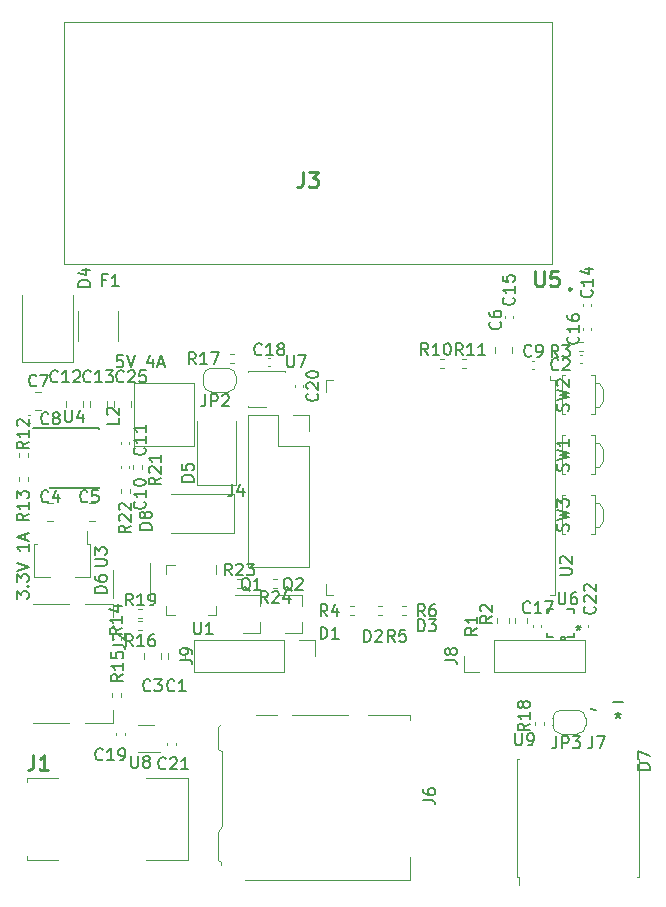
<source format=gto>
G04 #@! TF.GenerationSoftware,KiCad,Pcbnew,5.1.10*
G04 #@! TF.CreationDate,2021-05-11T19:26:58+02:00*
G04 #@! TF.ProjectId,obd32,6f626433-322e-46b6-9963-61645f706362,rev?*
G04 #@! TF.SameCoordinates,Original*
G04 #@! TF.FileFunction,Legend,Top*
G04 #@! TF.FilePolarity,Positive*
%FSLAX46Y46*%
G04 Gerber Fmt 4.6, Leading zero omitted, Abs format (unit mm)*
G04 Created by KiCad (PCBNEW 5.1.10) date 2021-05-11 19:26:58*
%MOMM*%
%LPD*%
G01*
G04 APERTURE LIST*
%ADD10C,0.150000*%
%ADD11C,0.120000*%
%ADD12C,0.100000*%
%ADD13C,0.152400*%
%ADD14C,0.200000*%
%ADD15C,0.254000*%
G04 APERTURE END LIST*
D10*
X197064380Y-89121904D02*
X197064380Y-88502857D01*
X197445333Y-88836190D01*
X197445333Y-88693333D01*
X197492952Y-88598095D01*
X197540571Y-88550476D01*
X197635809Y-88502857D01*
X197873904Y-88502857D01*
X197969142Y-88550476D01*
X198016761Y-88598095D01*
X198064380Y-88693333D01*
X198064380Y-88979047D01*
X198016761Y-89074285D01*
X197969142Y-89121904D01*
X197969142Y-88074285D02*
X198016761Y-88026666D01*
X198064380Y-88074285D01*
X198016761Y-88121904D01*
X197969142Y-88074285D01*
X198064380Y-88074285D01*
X197064380Y-87693333D02*
X197064380Y-87074285D01*
X197445333Y-87407619D01*
X197445333Y-87264761D01*
X197492952Y-87169523D01*
X197540571Y-87121904D01*
X197635809Y-87074285D01*
X197873904Y-87074285D01*
X197969142Y-87121904D01*
X198016761Y-87169523D01*
X198064380Y-87264761D01*
X198064380Y-87550476D01*
X198016761Y-87645714D01*
X197969142Y-87693333D01*
X197064380Y-86788571D02*
X198064380Y-86455238D01*
X197064380Y-86121904D01*
X198064380Y-84502857D02*
X198064380Y-85074285D01*
X198064380Y-84788571D02*
X197064380Y-84788571D01*
X197207238Y-84883809D01*
X197302476Y-84979047D01*
X197350095Y-85074285D01*
X197778666Y-84121904D02*
X197778666Y-83645714D01*
X198064380Y-84217142D02*
X197064380Y-83883809D01*
X198064380Y-83550476D01*
X206041809Y-68540380D02*
X205565619Y-68540380D01*
X205518000Y-69016571D01*
X205565619Y-68968952D01*
X205660857Y-68921333D01*
X205898952Y-68921333D01*
X205994190Y-68968952D01*
X206041809Y-69016571D01*
X206089428Y-69111809D01*
X206089428Y-69349904D01*
X206041809Y-69445142D01*
X205994190Y-69492761D01*
X205898952Y-69540380D01*
X205660857Y-69540380D01*
X205565619Y-69492761D01*
X205518000Y-69445142D01*
X206375142Y-68540380D02*
X206708476Y-69540380D01*
X207041809Y-68540380D01*
X208565619Y-68873714D02*
X208565619Y-69540380D01*
X208327523Y-68492761D02*
X208089428Y-69207047D01*
X208708476Y-69207047D01*
X209041809Y-69254666D02*
X209518000Y-69254666D01*
X208946571Y-69540380D02*
X209279904Y-68540380D01*
X209613238Y-69540380D01*
D11*
X213946000Y-89777000D02*
X213946000Y-90502000D01*
X213946000Y-90502000D02*
X213221000Y-90502000D01*
X209726000Y-87007000D02*
X209726000Y-86282000D01*
X209726000Y-86282000D02*
X210451000Y-86282000D01*
X209726000Y-89777000D02*
X209726000Y-90502000D01*
X209726000Y-90502000D02*
X210451000Y-90502000D01*
X213946000Y-87007000D02*
X213946000Y-86282000D01*
X202252000Y-67310031D02*
X202252000Y-64769969D01*
X205672000Y-67310031D02*
X205672000Y-64769969D01*
X214119000Y-108923000D02*
X214469000Y-108413000D01*
X214319000Y-111433000D02*
X214319000Y-111693000D01*
X214119000Y-111233000D02*
X214319000Y-111433000D01*
X214119000Y-101833000D02*
X214319000Y-102043000D01*
X214469000Y-102043000D02*
X214319000Y-102043000D01*
X214469000Y-102043000D02*
X214469000Y-108413000D01*
X219079000Y-98943000D02*
X217279000Y-98943000D01*
X225079000Y-98943000D02*
X220379000Y-98943000D01*
X214119000Y-99973000D02*
X214319000Y-99773000D01*
X214119000Y-99973000D02*
X214119000Y-101833000D01*
X214119000Y-111233000D02*
X214119000Y-108923000D01*
X230389000Y-98943000D02*
X226779000Y-98943000D01*
X230389000Y-99393000D02*
X230389000Y-98943000D01*
X230389000Y-112913000D02*
X216379000Y-112913000D01*
X230389000Y-110993000D02*
X230389000Y-112913000D01*
D12*
X242360000Y-60790000D02*
X201060000Y-60790000D01*
X201060000Y-60790000D02*
X201060000Y-40290000D01*
X201060000Y-40290000D02*
X242360000Y-40290000D01*
X242360000Y-40290000D02*
X242360000Y-60790000D01*
D11*
X206990000Y-76166000D02*
X212090000Y-76166000D01*
X206990000Y-70866000D02*
X206990000Y-76166000D01*
X212090000Y-70866000D02*
X212090000Y-76166000D01*
X212090000Y-70866000D02*
X206990000Y-70866000D01*
X205888000Y-76053836D02*
X205888000Y-75838164D01*
X206608000Y-76053836D02*
X206608000Y-75838164D01*
D10*
X199855000Y-74641000D02*
X199855000Y-74691000D01*
X204005000Y-74641000D02*
X204005000Y-74786000D01*
X204005000Y-79791000D02*
X204005000Y-79646000D01*
X199855000Y-79791000D02*
X199855000Y-79646000D01*
X199855000Y-74641000D02*
X204005000Y-74641000D01*
X199855000Y-79791000D02*
X204005000Y-79791000D01*
X199855000Y-74691000D02*
X198455000Y-74691000D01*
D11*
X199864000Y-87258000D02*
X198554000Y-87258000D01*
X198554000Y-87258000D02*
X198554000Y-84538000D01*
X203044000Y-83398000D02*
X203044000Y-84538000D01*
X203274000Y-87258000D02*
X201964000Y-87258000D01*
X203274000Y-84538000D02*
X203274000Y-87258000D01*
X203274000Y-84538000D02*
X203044000Y-84538000D01*
X198554000Y-84538000D02*
X198784000Y-84538000D01*
X219101641Y-88264000D02*
X218794359Y-88264000D01*
X219101641Y-87504000D02*
X218794359Y-87504000D01*
X215746359Y-87504000D02*
X216053641Y-87504000D01*
X215746359Y-88264000D02*
X216053641Y-88264000D01*
X205868000Y-80163641D02*
X205868000Y-79856359D01*
X206628000Y-80163641D02*
X206628000Y-79856359D01*
X206884000Y-78131641D02*
X206884000Y-77824359D01*
X207644000Y-78131641D02*
X207644000Y-77824359D01*
X197992000Y-78840359D02*
X197992000Y-79147641D01*
X197232000Y-78840359D02*
X197232000Y-79147641D01*
X197232000Y-77115641D02*
X197232000Y-76808359D01*
X197992000Y-77115641D02*
X197992000Y-76808359D01*
X221232000Y-92004000D02*
X221232000Y-91074000D01*
X221232000Y-88844000D02*
X221232000Y-89774000D01*
X221232000Y-88844000D02*
X219072000Y-88844000D01*
X221232000Y-92004000D02*
X219772000Y-92004000D01*
X217676000Y-92004000D02*
X217676000Y-91074000D01*
X217676000Y-88844000D02*
X217676000Y-89774000D01*
X217676000Y-88844000D02*
X215516000Y-88844000D01*
X217676000Y-92004000D02*
X216216000Y-92004000D01*
X212030000Y-92650000D02*
X212030000Y-95310000D01*
X219710000Y-92650000D02*
X212030000Y-92650000D01*
X219710000Y-95310000D02*
X212030000Y-95310000D01*
X219710000Y-92650000D02*
X219710000Y-95310000D01*
X220980000Y-92650000D02*
X222310000Y-92650000D01*
X222310000Y-92650000D02*
X222310000Y-93980000D01*
X245170000Y-95310000D02*
X245170000Y-92650000D01*
X237490000Y-95310000D02*
X245170000Y-95310000D01*
X237490000Y-92650000D02*
X245170000Y-92650000D01*
X237490000Y-95310000D02*
X237490000Y-92650000D01*
X236220000Y-95310000D02*
X234890000Y-95310000D01*
X234890000Y-95310000D02*
X234890000Y-93980000D01*
X215490000Y-83565000D02*
X215490000Y-80265000D01*
X215490000Y-80265000D02*
X210090000Y-80265000D01*
X215490000Y-83565000D02*
X210090000Y-83565000D01*
X212345000Y-79505000D02*
X215645000Y-79505000D01*
X215645000Y-79505000D02*
X215645000Y-74105000D01*
X212345000Y-79505000D02*
X212345000Y-74105000D01*
X197494000Y-69082000D02*
X201794000Y-69082000D01*
X201794000Y-69082000D02*
X201794000Y-63382000D01*
X197494000Y-69082000D02*
X197494000Y-63382000D01*
X206729000Y-72382748D02*
X206729000Y-72905252D01*
X205259000Y-72382748D02*
X205259000Y-72905252D01*
X204697000Y-72382748D02*
X204697000Y-72905252D01*
X203227000Y-72382748D02*
X203227000Y-72905252D01*
X202665000Y-72382748D02*
X202665000Y-72905252D01*
X201195000Y-72382748D02*
X201195000Y-72905252D01*
X206608000Y-77870164D02*
X206608000Y-78085836D01*
X205888000Y-77870164D02*
X205888000Y-78085836D01*
X198012164Y-73554000D02*
X198227836Y-73554000D01*
X198012164Y-74274000D02*
X198227836Y-74274000D01*
X198620748Y-71655000D02*
X199143252Y-71655000D01*
X198620748Y-73125000D02*
X199143252Y-73125000D01*
X203715252Y-82523000D02*
X203192748Y-82523000D01*
X203715252Y-81053000D02*
X203192748Y-81053000D01*
X199636748Y-81053000D02*
X200159252Y-81053000D01*
X199636748Y-82523000D02*
X200159252Y-82523000D01*
X209269000Y-93718748D02*
X209269000Y-94241252D01*
X207799000Y-93718748D02*
X207799000Y-94241252D01*
X209831000Y-94241252D02*
X209831000Y-93718748D01*
X211301000Y-94241252D02*
X211301000Y-93718748D01*
X240298500Y-91232758D02*
X240298500Y-90758242D01*
X239253500Y-91232758D02*
X239253500Y-90758242D01*
X237729500Y-90758242D02*
X237729500Y-91232758D01*
X238774500Y-90758242D02*
X238774500Y-91232758D01*
X207364359Y-90044000D02*
X207671641Y-90044000D01*
X207364359Y-90804000D02*
X207671641Y-90804000D01*
X207364359Y-91060000D02*
X207671641Y-91060000D01*
X207364359Y-91820000D02*
X207671641Y-91820000D01*
X205866000Y-97128359D02*
X205866000Y-97435641D01*
X205106000Y-97128359D02*
X205106000Y-97435641D01*
X205866000Y-92302359D02*
X205866000Y-92609641D01*
X205106000Y-92302359D02*
X205106000Y-92609641D01*
X205236000Y-99615000D02*
X202838500Y-99615000D01*
X201488500Y-99615000D02*
X198438500Y-99615000D01*
X205236000Y-89615000D02*
X202838500Y-89615000D01*
X201488500Y-89615000D02*
X198438500Y-89615000D01*
X205347803Y-91515000D02*
G75*
G03*
X205347803Y-91515000I-111803J0D01*
G01*
X205236000Y-89615000D02*
X205236000Y-90715000D01*
X205236000Y-98515000D02*
X205236000Y-99615000D01*
X205206000Y-86684000D02*
X205206000Y-89084000D01*
X208306000Y-89084000D02*
X208306000Y-86134000D01*
X240920000Y-99541359D02*
X240920000Y-99848641D01*
X241680000Y-99541359D02*
X241680000Y-99848641D01*
X215418641Y-68454000D02*
X215111359Y-68454000D01*
X215418641Y-69214000D02*
X215111359Y-69214000D01*
X234796359Y-68835000D02*
X235103641Y-68835000D01*
X234796359Y-69595000D02*
X235103641Y-69595000D01*
X232891359Y-68835000D02*
X233198641Y-68835000D01*
X232891359Y-69595000D02*
X233198641Y-69595000D01*
X230023641Y-89790000D02*
X229716359Y-89790000D01*
X230023641Y-90550000D02*
X229716359Y-90550000D01*
X227991641Y-89790000D02*
X227684359Y-89790000D01*
X227991641Y-90550000D02*
X227684359Y-90550000D01*
X225578641Y-89790000D02*
X225271359Y-89790000D01*
X225578641Y-90550000D02*
X225271359Y-90550000D01*
X244702359Y-68198000D02*
X245009641Y-68198000D01*
X244702359Y-67438000D02*
X245009641Y-67438000D01*
X244750000Y-91332164D02*
X244750000Y-91547836D01*
X245470000Y-91332164D02*
X245470000Y-91547836D01*
X210545000Y-101552836D02*
X210545000Y-101337164D01*
X209825000Y-101552836D02*
X209825000Y-101337164D01*
X220620000Y-71012164D02*
X220620000Y-71227836D01*
X221340000Y-71012164D02*
X221340000Y-71227836D01*
X205507000Y-100476164D02*
X205507000Y-100691836D01*
X206227000Y-100476164D02*
X206227000Y-100691836D01*
X218547836Y-68728000D02*
X218332164Y-68728000D01*
X218547836Y-69448000D02*
X218332164Y-69448000D01*
X240749500Y-91332164D02*
X240749500Y-91547836D01*
X241469500Y-91332164D02*
X241469500Y-91547836D01*
X245724000Y-66401836D02*
X245724000Y-66186164D01*
X245004000Y-66401836D02*
X245004000Y-66186164D01*
X238400000Y-65170164D02*
X238400000Y-65385836D01*
X239120000Y-65170164D02*
X239120000Y-65385836D01*
X245004000Y-64154164D02*
X245004000Y-64369836D01*
X245724000Y-64154164D02*
X245724000Y-64369836D01*
X240684164Y-69702000D02*
X240899836Y-69702000D01*
X240684164Y-68982000D02*
X240899836Y-68982000D01*
X244963836Y-68474000D02*
X244748164Y-68474000D01*
X244963836Y-69194000D02*
X244748164Y-69194000D01*
D13*
X244233700Y-90030300D02*
X243669941Y-90030300D01*
X241922300Y-90030300D02*
X241922300Y-90344059D01*
X241922300Y-92341700D02*
X242486059Y-92341700D01*
X244233700Y-92341700D02*
X244233700Y-92027941D01*
X244233700Y-90344059D02*
X244233700Y-90030300D01*
X242486059Y-90030300D02*
X241922300Y-90030300D01*
X241922300Y-92027941D02*
X241922300Y-92341700D01*
X243669941Y-92341700D02*
X244233700Y-92341700D01*
X243518500Y-92341700D02*
X243518500Y-92595700D01*
X243518500Y-92595700D02*
X243137499Y-92595700D01*
X243137499Y-92595700D02*
X243137499Y-92341700D01*
X243137499Y-92341700D02*
X243518500Y-92341700D01*
D11*
X243140000Y-98568000D02*
X244540000Y-98568000D01*
X245240000Y-99268000D02*
X245240000Y-99868000D01*
X244540000Y-100568000D02*
X243140000Y-100568000D01*
X242440000Y-99868000D02*
X242440000Y-99268000D01*
X242440000Y-99268000D02*
G75*
G02*
X243140000Y-98568000I700000J0D01*
G01*
X243140000Y-100568000D02*
G75*
G02*
X242440000Y-99868000I0J700000D01*
G01*
X245240000Y-99868000D02*
G75*
G02*
X244540000Y-100568000I-700000J0D01*
G01*
X244540000Y-98568000D02*
G75*
G02*
X245240000Y-99268000I0J-700000D01*
G01*
D13*
X248374060Y-97891500D02*
X247540940Y-97891500D01*
X246102729Y-98597855D02*
G75*
G03*
X245671500Y-98472281I-431229J-677645D01*
G01*
D11*
X239592000Y-113346000D02*
X239592000Y-112656000D01*
X239442000Y-112656000D02*
X239592000Y-112656000D01*
X239442000Y-102736000D02*
X239592000Y-102736000D01*
X249612000Y-112656000D02*
X249762000Y-112656000D01*
X249612000Y-102736000D02*
X249762000Y-102736000D01*
X249762000Y-112656000D02*
X249762000Y-102736000D01*
X239442000Y-112656000D02*
X239442000Y-102736000D01*
D12*
X248872000Y-101346000D02*
G75*
G03*
X248872000Y-101346000I-50000J0D01*
G01*
D11*
X212834000Y-70912000D02*
X212834000Y-70312000D01*
X214934000Y-71612000D02*
X213534000Y-71612000D01*
X215634000Y-70312000D02*
X215634000Y-70912000D01*
X213534000Y-69612000D02*
X214934000Y-69612000D01*
X212834000Y-70312000D02*
G75*
G02*
X213534000Y-69612000I700000J0D01*
G01*
X213534000Y-71612000D02*
G75*
G02*
X212834000Y-70912000I0J700000D01*
G01*
X215634000Y-70912000D02*
G75*
G02*
X214934000Y-71612000I-700000J0D01*
G01*
X214934000Y-69612000D02*
G75*
G02*
X215634000Y-70312000I0J-700000D01*
G01*
X223825000Y-70620000D02*
X223205000Y-70620000D01*
X223205000Y-70620000D02*
X223205000Y-71620000D01*
X223825000Y-88860000D02*
X223205000Y-88860000D01*
X223205000Y-88860000D02*
X223205000Y-87860000D01*
X242645000Y-70620000D02*
X242645000Y-88860000D01*
X242645000Y-88860000D02*
X242225000Y-88860000D01*
X242645000Y-70620000D02*
X242225000Y-70620000D01*
X242225000Y-70620000D02*
X242225000Y-70240000D01*
X216602000Y-73600000D02*
X219202000Y-73600000D01*
X216602000Y-73600000D02*
X216602000Y-86420000D01*
X216602000Y-86420000D02*
X221802000Y-86420000D01*
X221802000Y-76200000D02*
X221802000Y-86420000D01*
X219202000Y-76200000D02*
X221802000Y-76200000D01*
X219202000Y-73600000D02*
X219202000Y-76200000D01*
X221802000Y-73600000D02*
X221802000Y-74930000D01*
X220472000Y-73600000D02*
X221802000Y-73600000D01*
D12*
X231010000Y-91440000D02*
G75*
G03*
X231010000Y-91440000I-50000J0D01*
G01*
D11*
X246002000Y-83692000D02*
X245702000Y-83692000D01*
X246002000Y-80392000D02*
X246002000Y-83692000D01*
X245702000Y-80392000D02*
X246002000Y-80392000D01*
X243202000Y-83692000D02*
X243502000Y-83692000D01*
X243502000Y-80392000D02*
X243202000Y-80392000D01*
X243202000Y-80392000D02*
X243202000Y-83692000D01*
X246322000Y-83042000D02*
X246002000Y-83042000D01*
X246702000Y-82542000D02*
X246322000Y-83042000D01*
X246702000Y-81542000D02*
X246702000Y-82542000D01*
X246322000Y-81042000D02*
X246002000Y-81042000D01*
X246702000Y-81542000D02*
X246322000Y-81042000D01*
X238987000Y-68333252D02*
X238987000Y-67810748D01*
X237517000Y-68333252D02*
X237517000Y-67810748D01*
D12*
X197908000Y-111280000D02*
X197908000Y-110880000D01*
X197908000Y-110880000D02*
X197908000Y-110880000D01*
X197908000Y-110880000D02*
X197908000Y-111280000D01*
X197908000Y-111280000D02*
X197908000Y-111280000D01*
X197908000Y-111280000D02*
X197908000Y-111280000D01*
X197908000Y-111280000D02*
X200518000Y-111280000D01*
X200518000Y-111280000D02*
X200518000Y-111280000D01*
X200518000Y-111280000D02*
X197908000Y-111280000D01*
X197908000Y-104630000D02*
X197908000Y-104280000D01*
X197908000Y-104280000D02*
X197908000Y-104280000D01*
X197908000Y-104280000D02*
X197908000Y-104630000D01*
X197908000Y-104630000D02*
X197908000Y-104630000D01*
X197908000Y-104280000D02*
X197908000Y-104280000D01*
X197908000Y-104280000D02*
X200518000Y-104280000D01*
X200518000Y-104280000D02*
X200518000Y-104280000D01*
X200518000Y-104280000D02*
X197908000Y-104280000D01*
X208018000Y-104280000D02*
X208018000Y-104280000D01*
X208018000Y-104280000D02*
X211588000Y-104280000D01*
X211588000Y-104280000D02*
X211588000Y-104280000D01*
X211588000Y-104280000D02*
X208018000Y-104280000D01*
X208018000Y-111280000D02*
X208018000Y-111280000D01*
X208018000Y-111280000D02*
X211588000Y-111280000D01*
X211588000Y-111280000D02*
X211588000Y-111280000D01*
X211588000Y-111280000D02*
X208018000Y-111280000D01*
X211588000Y-111280000D02*
X211588000Y-104280000D01*
X211588000Y-104280000D02*
X211588000Y-104280000D01*
X211588000Y-104280000D02*
X211588000Y-111280000D01*
X211588000Y-111280000D02*
X211588000Y-111280000D01*
D14*
X199018000Y-103630000D02*
X199018000Y-103630000D01*
X199018000Y-103530000D02*
X199018000Y-103530000D01*
X199018000Y-103630000D02*
X199018000Y-103630000D01*
X199018000Y-103530000D02*
G75*
G02*
X199018000Y-103630000I0J-50000D01*
G01*
X199018000Y-103630000D02*
G75*
G02*
X199018000Y-103530000I0J50000D01*
G01*
X199018000Y-103530000D02*
G75*
G02*
X199018000Y-103630000I0J-50000D01*
G01*
D12*
X228978000Y-91440000D02*
G75*
G03*
X228978000Y-91440000I-50000J0D01*
G01*
X226565000Y-91440000D02*
G75*
G03*
X226565000Y-91440000I-50000J0D01*
G01*
D11*
X246702000Y-76462000D02*
X246322000Y-75962000D01*
X246322000Y-75962000D02*
X246002000Y-75962000D01*
X246702000Y-76462000D02*
X246702000Y-77462000D01*
X246702000Y-77462000D02*
X246322000Y-77962000D01*
X246322000Y-77962000D02*
X246002000Y-77962000D01*
X243202000Y-75312000D02*
X243202000Y-78612000D01*
X243502000Y-75312000D02*
X243202000Y-75312000D01*
X243202000Y-78612000D02*
X243502000Y-78612000D01*
X245702000Y-75312000D02*
X246002000Y-75312000D01*
X246002000Y-75312000D02*
X246002000Y-78612000D01*
X246002000Y-78612000D02*
X245702000Y-78612000D01*
X246002000Y-73532000D02*
X245702000Y-73532000D01*
X246002000Y-70232000D02*
X246002000Y-73532000D01*
X245702000Y-70232000D02*
X246002000Y-70232000D01*
X243202000Y-73532000D02*
X243502000Y-73532000D01*
X243502000Y-70232000D02*
X243202000Y-70232000D01*
X243202000Y-70232000D02*
X243202000Y-73532000D01*
X246322000Y-72882000D02*
X246002000Y-72882000D01*
X246702000Y-72382000D02*
X246322000Y-72882000D01*
X246702000Y-71382000D02*
X246702000Y-72382000D01*
X246322000Y-70882000D02*
X246002000Y-70882000D01*
X246702000Y-71382000D02*
X246322000Y-70882000D01*
X207326000Y-102125000D02*
X209226000Y-102125000D01*
X208726000Y-99805000D02*
X207326000Y-99805000D01*
D15*
X244060000Y-62928000D02*
G75*
G03*
X244060000Y-62928000I-125000J0D01*
G01*
D11*
X216626000Y-69814000D02*
X216626000Y-69964000D01*
X219746000Y-69814000D02*
X216626000Y-69814000D01*
X218186000Y-72934000D02*
X216626000Y-72934000D01*
X219746000Y-69814000D02*
X219746000Y-69964000D01*
X216626000Y-72934000D02*
X216626000Y-72784000D01*
D10*
X212090095Y-91146380D02*
X212090095Y-91955904D01*
X212137714Y-92051142D01*
X212185333Y-92098761D01*
X212280571Y-92146380D01*
X212471047Y-92146380D01*
X212566285Y-92098761D01*
X212613904Y-92051142D01*
X212661523Y-91955904D01*
X212661523Y-91146380D01*
X213661523Y-92146380D02*
X213090095Y-92146380D01*
X213375809Y-92146380D02*
X213375809Y-91146380D01*
X213280571Y-91289238D01*
X213185333Y-91384476D01*
X213090095Y-91432095D01*
X204644666Y-62158571D02*
X204311333Y-62158571D01*
X204311333Y-62682380D02*
X204311333Y-61682380D01*
X204787523Y-61682380D01*
X205692285Y-62682380D02*
X205120857Y-62682380D01*
X205406571Y-62682380D02*
X205406571Y-61682380D01*
X205311333Y-61825238D01*
X205216095Y-61920476D01*
X205120857Y-61968095D01*
X231481380Y-106176333D02*
X232195666Y-106176333D01*
X232338523Y-106223952D01*
X232433761Y-106319190D01*
X232481380Y-106462047D01*
X232481380Y-106557285D01*
X231481380Y-105271571D02*
X231481380Y-105462047D01*
X231529000Y-105557285D01*
X231576619Y-105604904D01*
X231719476Y-105700142D01*
X231909952Y-105747761D01*
X232290904Y-105747761D01*
X232386142Y-105700142D01*
X232433761Y-105652523D01*
X232481380Y-105557285D01*
X232481380Y-105366809D01*
X232433761Y-105271571D01*
X232386142Y-105223952D01*
X232290904Y-105176333D01*
X232052809Y-105176333D01*
X231957571Y-105223952D01*
X231909952Y-105271571D01*
X231862333Y-105366809D01*
X231862333Y-105557285D01*
X231909952Y-105652523D01*
X231957571Y-105700142D01*
X232052809Y-105747761D01*
D15*
X221286666Y-53031523D02*
X221286666Y-53938666D01*
X221226190Y-54120095D01*
X221105238Y-54241047D01*
X220923809Y-54301523D01*
X220802857Y-54301523D01*
X221770476Y-53031523D02*
X222556666Y-53031523D01*
X222133333Y-53515333D01*
X222314761Y-53515333D01*
X222435714Y-53575809D01*
X222496190Y-53636285D01*
X222556666Y-53757238D01*
X222556666Y-54059619D01*
X222496190Y-54180571D01*
X222435714Y-54241047D01*
X222314761Y-54301523D01*
X221951904Y-54301523D01*
X221830952Y-54241047D01*
X221770476Y-54180571D01*
D10*
X205692380Y-73826666D02*
X205692380Y-74302857D01*
X204692380Y-74302857D01*
X204787619Y-73540952D02*
X204740000Y-73493333D01*
X204692380Y-73398095D01*
X204692380Y-73160000D01*
X204740000Y-73064761D01*
X204787619Y-73017142D01*
X204882857Y-72969523D01*
X204978095Y-72969523D01*
X205120952Y-73017142D01*
X205692380Y-73588571D01*
X205692380Y-72969523D01*
X207875142Y-76334857D02*
X207922761Y-76382476D01*
X207970380Y-76525333D01*
X207970380Y-76620571D01*
X207922761Y-76763428D01*
X207827523Y-76858666D01*
X207732285Y-76906285D01*
X207541809Y-76953904D01*
X207398952Y-76953904D01*
X207208476Y-76906285D01*
X207113238Y-76858666D01*
X207018000Y-76763428D01*
X206970380Y-76620571D01*
X206970380Y-76525333D01*
X207018000Y-76382476D01*
X207065619Y-76334857D01*
X207970380Y-75382476D02*
X207970380Y-75953904D01*
X207970380Y-75668190D02*
X206970380Y-75668190D01*
X207113238Y-75763428D01*
X207208476Y-75858666D01*
X207256095Y-75953904D01*
X207970380Y-74430095D02*
X207970380Y-75001523D01*
X207970380Y-74715809D02*
X206970380Y-74715809D01*
X207113238Y-74811047D01*
X207208476Y-74906285D01*
X207256095Y-75001523D01*
X201168095Y-73168380D02*
X201168095Y-73977904D01*
X201215714Y-74073142D01*
X201263333Y-74120761D01*
X201358571Y-74168380D01*
X201549047Y-74168380D01*
X201644285Y-74120761D01*
X201691904Y-74073142D01*
X201739523Y-73977904D01*
X201739523Y-73168380D01*
X202644285Y-73501714D02*
X202644285Y-74168380D01*
X202406190Y-73120761D02*
X202168095Y-73835047D01*
X202787142Y-73835047D01*
X203668380Y-86359904D02*
X204477904Y-86359904D01*
X204573142Y-86312285D01*
X204620761Y-86264666D01*
X204668380Y-86169428D01*
X204668380Y-85978952D01*
X204620761Y-85883714D01*
X204573142Y-85836095D01*
X204477904Y-85788476D01*
X203668380Y-85788476D01*
X203668380Y-85407523D02*
X203668380Y-84788476D01*
X204049333Y-85121809D01*
X204049333Y-84978952D01*
X204096952Y-84883714D01*
X204144571Y-84836095D01*
X204239809Y-84788476D01*
X204477904Y-84788476D01*
X204573142Y-84836095D01*
X204620761Y-84883714D01*
X204668380Y-84978952D01*
X204668380Y-85264666D01*
X204620761Y-85359904D01*
X204573142Y-85407523D01*
X218305142Y-89506380D02*
X217971809Y-89030190D01*
X217733714Y-89506380D02*
X217733714Y-88506380D01*
X218114666Y-88506380D01*
X218209904Y-88554000D01*
X218257523Y-88601619D01*
X218305142Y-88696857D01*
X218305142Y-88839714D01*
X218257523Y-88934952D01*
X218209904Y-88982571D01*
X218114666Y-89030190D01*
X217733714Y-89030190D01*
X218686095Y-88601619D02*
X218733714Y-88554000D01*
X218828952Y-88506380D01*
X219067047Y-88506380D01*
X219162285Y-88554000D01*
X219209904Y-88601619D01*
X219257523Y-88696857D01*
X219257523Y-88792095D01*
X219209904Y-88934952D01*
X218638476Y-89506380D01*
X219257523Y-89506380D01*
X220114666Y-88839714D02*
X220114666Y-89506380D01*
X219876571Y-88458761D02*
X219638476Y-89173047D01*
X220257523Y-89173047D01*
X215257142Y-87166380D02*
X214923809Y-86690190D01*
X214685714Y-87166380D02*
X214685714Y-86166380D01*
X215066666Y-86166380D01*
X215161904Y-86214000D01*
X215209523Y-86261619D01*
X215257142Y-86356857D01*
X215257142Y-86499714D01*
X215209523Y-86594952D01*
X215161904Y-86642571D01*
X215066666Y-86690190D01*
X214685714Y-86690190D01*
X215638095Y-86261619D02*
X215685714Y-86214000D01*
X215780952Y-86166380D01*
X216019047Y-86166380D01*
X216114285Y-86214000D01*
X216161904Y-86261619D01*
X216209523Y-86356857D01*
X216209523Y-86452095D01*
X216161904Y-86594952D01*
X215590476Y-87166380D01*
X216209523Y-87166380D01*
X216542857Y-86166380D02*
X217161904Y-86166380D01*
X216828571Y-86547333D01*
X216971428Y-86547333D01*
X217066666Y-86594952D01*
X217114285Y-86642571D01*
X217161904Y-86737809D01*
X217161904Y-86975904D01*
X217114285Y-87071142D01*
X217066666Y-87118761D01*
X216971428Y-87166380D01*
X216685714Y-87166380D01*
X216590476Y-87118761D01*
X216542857Y-87071142D01*
X206700380Y-82938857D02*
X206224190Y-83272190D01*
X206700380Y-83510285D02*
X205700380Y-83510285D01*
X205700380Y-83129333D01*
X205748000Y-83034095D01*
X205795619Y-82986476D01*
X205890857Y-82938857D01*
X206033714Y-82938857D01*
X206128952Y-82986476D01*
X206176571Y-83034095D01*
X206224190Y-83129333D01*
X206224190Y-83510285D01*
X205795619Y-82557904D02*
X205748000Y-82510285D01*
X205700380Y-82415047D01*
X205700380Y-82176952D01*
X205748000Y-82081714D01*
X205795619Y-82034095D01*
X205890857Y-81986476D01*
X205986095Y-81986476D01*
X206128952Y-82034095D01*
X206700380Y-82605523D01*
X206700380Y-81986476D01*
X205795619Y-81605523D02*
X205748000Y-81557904D01*
X205700380Y-81462666D01*
X205700380Y-81224571D01*
X205748000Y-81129333D01*
X205795619Y-81081714D01*
X205890857Y-81034095D01*
X205986095Y-81034095D01*
X206128952Y-81081714D01*
X206700380Y-81653142D01*
X206700380Y-81034095D01*
X209240380Y-78874857D02*
X208764190Y-79208190D01*
X209240380Y-79446285D02*
X208240380Y-79446285D01*
X208240380Y-79065333D01*
X208288000Y-78970095D01*
X208335619Y-78922476D01*
X208430857Y-78874857D01*
X208573714Y-78874857D01*
X208668952Y-78922476D01*
X208716571Y-78970095D01*
X208764190Y-79065333D01*
X208764190Y-79446285D01*
X208335619Y-78493904D02*
X208288000Y-78446285D01*
X208240380Y-78351047D01*
X208240380Y-78112952D01*
X208288000Y-78017714D01*
X208335619Y-77970095D01*
X208430857Y-77922476D01*
X208526095Y-77922476D01*
X208668952Y-77970095D01*
X209240380Y-78541523D01*
X209240380Y-77922476D01*
X209240380Y-76970095D02*
X209240380Y-77541523D01*
X209240380Y-77255809D02*
X208240380Y-77255809D01*
X208383238Y-77351047D01*
X208478476Y-77446285D01*
X208526095Y-77541523D01*
X198064380Y-81922857D02*
X197588190Y-82256190D01*
X198064380Y-82494285D02*
X197064380Y-82494285D01*
X197064380Y-82113333D01*
X197112000Y-82018095D01*
X197159619Y-81970476D01*
X197254857Y-81922857D01*
X197397714Y-81922857D01*
X197492952Y-81970476D01*
X197540571Y-82018095D01*
X197588190Y-82113333D01*
X197588190Y-82494285D01*
X198064380Y-80970476D02*
X198064380Y-81541904D01*
X198064380Y-81256190D02*
X197064380Y-81256190D01*
X197207238Y-81351428D01*
X197302476Y-81446666D01*
X197350095Y-81541904D01*
X197064380Y-80637142D02*
X197064380Y-80018095D01*
X197445333Y-80351428D01*
X197445333Y-80208571D01*
X197492952Y-80113333D01*
X197540571Y-80065714D01*
X197635809Y-80018095D01*
X197873904Y-80018095D01*
X197969142Y-80065714D01*
X198016761Y-80113333D01*
X198064380Y-80208571D01*
X198064380Y-80494285D01*
X198016761Y-80589523D01*
X197969142Y-80637142D01*
X198064380Y-75826857D02*
X197588190Y-76160190D01*
X198064380Y-76398285D02*
X197064380Y-76398285D01*
X197064380Y-76017333D01*
X197112000Y-75922095D01*
X197159619Y-75874476D01*
X197254857Y-75826857D01*
X197397714Y-75826857D01*
X197492952Y-75874476D01*
X197540571Y-75922095D01*
X197588190Y-76017333D01*
X197588190Y-76398285D01*
X198064380Y-74874476D02*
X198064380Y-75445904D01*
X198064380Y-75160190D02*
X197064380Y-75160190D01*
X197207238Y-75255428D01*
X197302476Y-75350666D01*
X197350095Y-75445904D01*
X197159619Y-74493523D02*
X197112000Y-74445904D01*
X197064380Y-74350666D01*
X197064380Y-74112571D01*
X197112000Y-74017333D01*
X197159619Y-73969714D01*
X197254857Y-73922095D01*
X197350095Y-73922095D01*
X197492952Y-73969714D01*
X198064380Y-74541142D01*
X198064380Y-73922095D01*
X220376761Y-88471619D02*
X220281523Y-88424000D01*
X220186285Y-88328761D01*
X220043428Y-88185904D01*
X219948190Y-88138285D01*
X219852952Y-88138285D01*
X219900571Y-88376380D02*
X219805333Y-88328761D01*
X219710095Y-88233523D01*
X219662476Y-88043047D01*
X219662476Y-87709714D01*
X219710095Y-87519238D01*
X219805333Y-87424000D01*
X219900571Y-87376380D01*
X220091047Y-87376380D01*
X220186285Y-87424000D01*
X220281523Y-87519238D01*
X220329142Y-87709714D01*
X220329142Y-88043047D01*
X220281523Y-88233523D01*
X220186285Y-88328761D01*
X220091047Y-88376380D01*
X219900571Y-88376380D01*
X220710095Y-87471619D02*
X220757714Y-87424000D01*
X220852952Y-87376380D01*
X221091047Y-87376380D01*
X221186285Y-87424000D01*
X221233904Y-87471619D01*
X221281523Y-87566857D01*
X221281523Y-87662095D01*
X221233904Y-87804952D01*
X220662476Y-88376380D01*
X221281523Y-88376380D01*
X216820761Y-88471619D02*
X216725523Y-88424000D01*
X216630285Y-88328761D01*
X216487428Y-88185904D01*
X216392190Y-88138285D01*
X216296952Y-88138285D01*
X216344571Y-88376380D02*
X216249333Y-88328761D01*
X216154095Y-88233523D01*
X216106476Y-88043047D01*
X216106476Y-87709714D01*
X216154095Y-87519238D01*
X216249333Y-87424000D01*
X216344571Y-87376380D01*
X216535047Y-87376380D01*
X216630285Y-87424000D01*
X216725523Y-87519238D01*
X216773142Y-87709714D01*
X216773142Y-88043047D01*
X216725523Y-88233523D01*
X216630285Y-88328761D01*
X216535047Y-88376380D01*
X216344571Y-88376380D01*
X217725523Y-88376380D02*
X217154095Y-88376380D01*
X217439809Y-88376380D02*
X217439809Y-87376380D01*
X217344571Y-87519238D01*
X217249333Y-87614476D01*
X217154095Y-87662095D01*
X210907380Y-94313333D02*
X211621666Y-94313333D01*
X211764523Y-94360952D01*
X211859761Y-94456190D01*
X211907380Y-94599047D01*
X211907380Y-94694285D01*
X211907380Y-93789523D02*
X211907380Y-93599047D01*
X211859761Y-93503809D01*
X211812142Y-93456190D01*
X211669285Y-93360952D01*
X211478809Y-93313333D01*
X211097857Y-93313333D01*
X211002619Y-93360952D01*
X210955000Y-93408571D01*
X210907380Y-93503809D01*
X210907380Y-93694285D01*
X210955000Y-93789523D01*
X211002619Y-93837142D01*
X211097857Y-93884761D01*
X211335952Y-93884761D01*
X211431190Y-93837142D01*
X211478809Y-93789523D01*
X211526428Y-93694285D01*
X211526428Y-93503809D01*
X211478809Y-93408571D01*
X211431190Y-93360952D01*
X211335952Y-93313333D01*
X233342380Y-94313333D02*
X234056666Y-94313333D01*
X234199523Y-94360952D01*
X234294761Y-94456190D01*
X234342380Y-94599047D01*
X234342380Y-94694285D01*
X233770952Y-93694285D02*
X233723333Y-93789523D01*
X233675714Y-93837142D01*
X233580476Y-93884761D01*
X233532857Y-93884761D01*
X233437619Y-93837142D01*
X233390000Y-93789523D01*
X233342380Y-93694285D01*
X233342380Y-93503809D01*
X233390000Y-93408571D01*
X233437619Y-93360952D01*
X233532857Y-93313333D01*
X233580476Y-93313333D01*
X233675714Y-93360952D01*
X233723333Y-93408571D01*
X233770952Y-93503809D01*
X233770952Y-93694285D01*
X233818571Y-93789523D01*
X233866190Y-93837142D01*
X233961428Y-93884761D01*
X234151904Y-93884761D01*
X234247142Y-93837142D01*
X234294761Y-93789523D01*
X234342380Y-93694285D01*
X234342380Y-93503809D01*
X234294761Y-93408571D01*
X234247142Y-93360952D01*
X234151904Y-93313333D01*
X233961428Y-93313333D01*
X233866190Y-93360952D01*
X233818571Y-93408571D01*
X233770952Y-93503809D01*
X208478380Y-83288095D02*
X207478380Y-83288095D01*
X207478380Y-83050000D01*
X207526000Y-82907142D01*
X207621238Y-82811904D01*
X207716476Y-82764285D01*
X207906952Y-82716666D01*
X208049809Y-82716666D01*
X208240285Y-82764285D01*
X208335523Y-82811904D01*
X208430761Y-82907142D01*
X208478380Y-83050000D01*
X208478380Y-83288095D01*
X207906952Y-82145238D02*
X207859333Y-82240476D01*
X207811714Y-82288095D01*
X207716476Y-82335714D01*
X207668857Y-82335714D01*
X207573619Y-82288095D01*
X207526000Y-82240476D01*
X207478380Y-82145238D01*
X207478380Y-81954761D01*
X207526000Y-81859523D01*
X207573619Y-81811904D01*
X207668857Y-81764285D01*
X207716476Y-81764285D01*
X207811714Y-81811904D01*
X207859333Y-81859523D01*
X207906952Y-81954761D01*
X207906952Y-82145238D01*
X207954571Y-82240476D01*
X208002190Y-82288095D01*
X208097428Y-82335714D01*
X208287904Y-82335714D01*
X208383142Y-82288095D01*
X208430761Y-82240476D01*
X208478380Y-82145238D01*
X208478380Y-81954761D01*
X208430761Y-81859523D01*
X208383142Y-81811904D01*
X208287904Y-81764285D01*
X208097428Y-81764285D01*
X208002190Y-81811904D01*
X207954571Y-81859523D01*
X207906952Y-81954761D01*
X212034380Y-79224095D02*
X211034380Y-79224095D01*
X211034380Y-78986000D01*
X211082000Y-78843142D01*
X211177238Y-78747904D01*
X211272476Y-78700285D01*
X211462952Y-78652666D01*
X211605809Y-78652666D01*
X211796285Y-78700285D01*
X211891523Y-78747904D01*
X211986761Y-78843142D01*
X212034380Y-78986000D01*
X212034380Y-79224095D01*
X211034380Y-77747904D02*
X211034380Y-78224095D01*
X211510571Y-78271714D01*
X211462952Y-78224095D01*
X211415333Y-78128857D01*
X211415333Y-77890761D01*
X211462952Y-77795523D01*
X211510571Y-77747904D01*
X211605809Y-77700285D01*
X211843904Y-77700285D01*
X211939142Y-77747904D01*
X211986761Y-77795523D01*
X212034380Y-77890761D01*
X212034380Y-78128857D01*
X211986761Y-78224095D01*
X211939142Y-78271714D01*
X203271380Y-62714095D02*
X202271380Y-62714095D01*
X202271380Y-62476000D01*
X202319000Y-62333142D01*
X202414238Y-62237904D01*
X202509476Y-62190285D01*
X202699952Y-62142666D01*
X202842809Y-62142666D01*
X203033285Y-62190285D01*
X203128523Y-62237904D01*
X203223761Y-62333142D01*
X203271380Y-62476000D01*
X203271380Y-62714095D01*
X202604714Y-61285523D02*
X203271380Y-61285523D01*
X202223761Y-61523619D02*
X202938047Y-61761714D01*
X202938047Y-61142666D01*
X206113142Y-70715142D02*
X206065523Y-70762761D01*
X205922666Y-70810380D01*
X205827428Y-70810380D01*
X205684571Y-70762761D01*
X205589333Y-70667523D01*
X205541714Y-70572285D01*
X205494095Y-70381809D01*
X205494095Y-70238952D01*
X205541714Y-70048476D01*
X205589333Y-69953238D01*
X205684571Y-69858000D01*
X205827428Y-69810380D01*
X205922666Y-69810380D01*
X206065523Y-69858000D01*
X206113142Y-69905619D01*
X206494095Y-69905619D02*
X206541714Y-69858000D01*
X206636952Y-69810380D01*
X206875047Y-69810380D01*
X206970285Y-69858000D01*
X207017904Y-69905619D01*
X207065523Y-70000857D01*
X207065523Y-70096095D01*
X207017904Y-70238952D01*
X206446476Y-70810380D01*
X207065523Y-70810380D01*
X207970285Y-69810380D02*
X207494095Y-69810380D01*
X207446476Y-70286571D01*
X207494095Y-70238952D01*
X207589333Y-70191333D01*
X207827428Y-70191333D01*
X207922666Y-70238952D01*
X207970285Y-70286571D01*
X208017904Y-70381809D01*
X208017904Y-70619904D01*
X207970285Y-70715142D01*
X207922666Y-70762761D01*
X207827428Y-70810380D01*
X207589333Y-70810380D01*
X207494095Y-70762761D01*
X207446476Y-70715142D01*
X203319142Y-70715142D02*
X203271523Y-70762761D01*
X203128666Y-70810380D01*
X203033428Y-70810380D01*
X202890571Y-70762761D01*
X202795333Y-70667523D01*
X202747714Y-70572285D01*
X202700095Y-70381809D01*
X202700095Y-70238952D01*
X202747714Y-70048476D01*
X202795333Y-69953238D01*
X202890571Y-69858000D01*
X203033428Y-69810380D01*
X203128666Y-69810380D01*
X203271523Y-69858000D01*
X203319142Y-69905619D01*
X204271523Y-70810380D02*
X203700095Y-70810380D01*
X203985809Y-70810380D02*
X203985809Y-69810380D01*
X203890571Y-69953238D01*
X203795333Y-70048476D01*
X203700095Y-70096095D01*
X204604857Y-69810380D02*
X205223904Y-69810380D01*
X204890571Y-70191333D01*
X205033428Y-70191333D01*
X205128666Y-70238952D01*
X205176285Y-70286571D01*
X205223904Y-70381809D01*
X205223904Y-70619904D01*
X205176285Y-70715142D01*
X205128666Y-70762761D01*
X205033428Y-70810380D01*
X204747714Y-70810380D01*
X204652476Y-70762761D01*
X204604857Y-70715142D01*
X200525142Y-70715142D02*
X200477523Y-70762761D01*
X200334666Y-70810380D01*
X200239428Y-70810380D01*
X200096571Y-70762761D01*
X200001333Y-70667523D01*
X199953714Y-70572285D01*
X199906095Y-70381809D01*
X199906095Y-70238952D01*
X199953714Y-70048476D01*
X200001333Y-69953238D01*
X200096571Y-69858000D01*
X200239428Y-69810380D01*
X200334666Y-69810380D01*
X200477523Y-69858000D01*
X200525142Y-69905619D01*
X201477523Y-70810380D02*
X200906095Y-70810380D01*
X201191809Y-70810380D02*
X201191809Y-69810380D01*
X201096571Y-69953238D01*
X201001333Y-70048476D01*
X200906095Y-70096095D01*
X201858476Y-69905619D02*
X201906095Y-69858000D01*
X202001333Y-69810380D01*
X202239428Y-69810380D01*
X202334666Y-69858000D01*
X202382285Y-69905619D01*
X202429904Y-70000857D01*
X202429904Y-70096095D01*
X202382285Y-70238952D01*
X201810857Y-70810380D01*
X202429904Y-70810380D01*
X207875142Y-80906857D02*
X207922761Y-80954476D01*
X207970380Y-81097333D01*
X207970380Y-81192571D01*
X207922761Y-81335428D01*
X207827523Y-81430666D01*
X207732285Y-81478285D01*
X207541809Y-81525904D01*
X207398952Y-81525904D01*
X207208476Y-81478285D01*
X207113238Y-81430666D01*
X207018000Y-81335428D01*
X206970380Y-81192571D01*
X206970380Y-81097333D01*
X207018000Y-80954476D01*
X207065619Y-80906857D01*
X207970380Y-79954476D02*
X207970380Y-80525904D01*
X207970380Y-80240190D02*
X206970380Y-80240190D01*
X207113238Y-80335428D01*
X207208476Y-80430666D01*
X207256095Y-80525904D01*
X206970380Y-79335428D02*
X206970380Y-79240190D01*
X207018000Y-79144952D01*
X207065619Y-79097333D01*
X207160857Y-79049714D01*
X207351333Y-79002095D01*
X207589428Y-79002095D01*
X207779904Y-79049714D01*
X207875142Y-79097333D01*
X207922761Y-79144952D01*
X207970380Y-79240190D01*
X207970380Y-79335428D01*
X207922761Y-79430666D01*
X207875142Y-79478285D01*
X207779904Y-79525904D01*
X207589428Y-79573523D01*
X207351333Y-79573523D01*
X207160857Y-79525904D01*
X207065619Y-79478285D01*
X207018000Y-79430666D01*
X206970380Y-79335428D01*
X199731333Y-74271142D02*
X199683714Y-74318761D01*
X199540857Y-74366380D01*
X199445619Y-74366380D01*
X199302761Y-74318761D01*
X199207523Y-74223523D01*
X199159904Y-74128285D01*
X199112285Y-73937809D01*
X199112285Y-73794952D01*
X199159904Y-73604476D01*
X199207523Y-73509238D01*
X199302761Y-73414000D01*
X199445619Y-73366380D01*
X199540857Y-73366380D01*
X199683714Y-73414000D01*
X199731333Y-73461619D01*
X200302761Y-73794952D02*
X200207523Y-73747333D01*
X200159904Y-73699714D01*
X200112285Y-73604476D01*
X200112285Y-73556857D01*
X200159904Y-73461619D01*
X200207523Y-73414000D01*
X200302761Y-73366380D01*
X200493238Y-73366380D01*
X200588476Y-73414000D01*
X200636095Y-73461619D01*
X200683714Y-73556857D01*
X200683714Y-73604476D01*
X200636095Y-73699714D01*
X200588476Y-73747333D01*
X200493238Y-73794952D01*
X200302761Y-73794952D01*
X200207523Y-73842571D01*
X200159904Y-73890190D01*
X200112285Y-73985428D01*
X200112285Y-74175904D01*
X200159904Y-74271142D01*
X200207523Y-74318761D01*
X200302761Y-74366380D01*
X200493238Y-74366380D01*
X200588476Y-74318761D01*
X200636095Y-74271142D01*
X200683714Y-74175904D01*
X200683714Y-73985428D01*
X200636095Y-73890190D01*
X200588476Y-73842571D01*
X200493238Y-73794952D01*
X198715333Y-71067142D02*
X198667714Y-71114761D01*
X198524857Y-71162380D01*
X198429619Y-71162380D01*
X198286761Y-71114761D01*
X198191523Y-71019523D01*
X198143904Y-70924285D01*
X198096285Y-70733809D01*
X198096285Y-70590952D01*
X198143904Y-70400476D01*
X198191523Y-70305238D01*
X198286761Y-70210000D01*
X198429619Y-70162380D01*
X198524857Y-70162380D01*
X198667714Y-70210000D01*
X198715333Y-70257619D01*
X199048666Y-70162380D02*
X199715333Y-70162380D01*
X199286761Y-71162380D01*
X203033333Y-80875142D02*
X202985714Y-80922761D01*
X202842857Y-80970380D01*
X202747619Y-80970380D01*
X202604761Y-80922761D01*
X202509523Y-80827523D01*
X202461904Y-80732285D01*
X202414285Y-80541809D01*
X202414285Y-80398952D01*
X202461904Y-80208476D01*
X202509523Y-80113238D01*
X202604761Y-80018000D01*
X202747619Y-79970380D01*
X202842857Y-79970380D01*
X202985714Y-80018000D01*
X203033333Y-80065619D01*
X203938095Y-79970380D02*
X203461904Y-79970380D01*
X203414285Y-80446571D01*
X203461904Y-80398952D01*
X203557142Y-80351333D01*
X203795238Y-80351333D01*
X203890476Y-80398952D01*
X203938095Y-80446571D01*
X203985714Y-80541809D01*
X203985714Y-80779904D01*
X203938095Y-80875142D01*
X203890476Y-80922761D01*
X203795238Y-80970380D01*
X203557142Y-80970380D01*
X203461904Y-80922761D01*
X203414285Y-80875142D01*
X199731333Y-80875142D02*
X199683714Y-80922761D01*
X199540857Y-80970380D01*
X199445619Y-80970380D01*
X199302761Y-80922761D01*
X199207523Y-80827523D01*
X199159904Y-80732285D01*
X199112285Y-80541809D01*
X199112285Y-80398952D01*
X199159904Y-80208476D01*
X199207523Y-80113238D01*
X199302761Y-80018000D01*
X199445619Y-79970380D01*
X199540857Y-79970380D01*
X199683714Y-80018000D01*
X199731333Y-80065619D01*
X200588476Y-80303714D02*
X200588476Y-80970380D01*
X200350380Y-79922761D02*
X200112285Y-80637047D01*
X200731333Y-80637047D01*
X208367333Y-96877142D02*
X208319714Y-96924761D01*
X208176857Y-96972380D01*
X208081619Y-96972380D01*
X207938761Y-96924761D01*
X207843523Y-96829523D01*
X207795904Y-96734285D01*
X207748285Y-96543809D01*
X207748285Y-96400952D01*
X207795904Y-96210476D01*
X207843523Y-96115238D01*
X207938761Y-96020000D01*
X208081619Y-95972380D01*
X208176857Y-95972380D01*
X208319714Y-96020000D01*
X208367333Y-96067619D01*
X208700666Y-95972380D02*
X209319714Y-95972380D01*
X208986380Y-96353333D01*
X209129238Y-96353333D01*
X209224476Y-96400952D01*
X209272095Y-96448571D01*
X209319714Y-96543809D01*
X209319714Y-96781904D01*
X209272095Y-96877142D01*
X209224476Y-96924761D01*
X209129238Y-96972380D01*
X208843523Y-96972380D01*
X208748285Y-96924761D01*
X208700666Y-96877142D01*
X210399333Y-96877142D02*
X210351714Y-96924761D01*
X210208857Y-96972380D01*
X210113619Y-96972380D01*
X209970761Y-96924761D01*
X209875523Y-96829523D01*
X209827904Y-96734285D01*
X209780285Y-96543809D01*
X209780285Y-96400952D01*
X209827904Y-96210476D01*
X209875523Y-96115238D01*
X209970761Y-96020000D01*
X210113619Y-95972380D01*
X210208857Y-95972380D01*
X210351714Y-96020000D01*
X210399333Y-96067619D01*
X211351714Y-96972380D02*
X210780285Y-96972380D01*
X211066000Y-96972380D02*
X211066000Y-95972380D01*
X210970761Y-96115238D01*
X210875523Y-96210476D01*
X210780285Y-96258095D01*
X237307380Y-90590666D02*
X236831190Y-90924000D01*
X237307380Y-91162095D02*
X236307380Y-91162095D01*
X236307380Y-90781142D01*
X236355000Y-90685904D01*
X236402619Y-90638285D01*
X236497857Y-90590666D01*
X236640714Y-90590666D01*
X236735952Y-90638285D01*
X236783571Y-90685904D01*
X236831190Y-90781142D01*
X236831190Y-91162095D01*
X236402619Y-90209714D02*
X236355000Y-90162095D01*
X236307380Y-90066857D01*
X236307380Y-89828761D01*
X236355000Y-89733523D01*
X236402619Y-89685904D01*
X236497857Y-89638285D01*
X236593095Y-89638285D01*
X236735952Y-89685904D01*
X237307380Y-90257333D01*
X237307380Y-89638285D01*
X236037380Y-91606666D02*
X235561190Y-91940000D01*
X236037380Y-92178095D02*
X235037380Y-92178095D01*
X235037380Y-91797142D01*
X235085000Y-91701904D01*
X235132619Y-91654285D01*
X235227857Y-91606666D01*
X235370714Y-91606666D01*
X235465952Y-91654285D01*
X235513571Y-91701904D01*
X235561190Y-91797142D01*
X235561190Y-92178095D01*
X236037380Y-90654285D02*
X236037380Y-91225714D01*
X236037380Y-90940000D02*
X235037380Y-90940000D01*
X235180238Y-91035238D01*
X235275476Y-91130476D01*
X235323095Y-91225714D01*
X206875142Y-89706380D02*
X206541809Y-89230190D01*
X206303714Y-89706380D02*
X206303714Y-88706380D01*
X206684666Y-88706380D01*
X206779904Y-88754000D01*
X206827523Y-88801619D01*
X206875142Y-88896857D01*
X206875142Y-89039714D01*
X206827523Y-89134952D01*
X206779904Y-89182571D01*
X206684666Y-89230190D01*
X206303714Y-89230190D01*
X207827523Y-89706380D02*
X207256095Y-89706380D01*
X207541809Y-89706380D02*
X207541809Y-88706380D01*
X207446571Y-88849238D01*
X207351333Y-88944476D01*
X207256095Y-88992095D01*
X208303714Y-89706380D02*
X208494190Y-89706380D01*
X208589428Y-89658761D01*
X208637047Y-89611142D01*
X208732285Y-89468285D01*
X208779904Y-89277809D01*
X208779904Y-88896857D01*
X208732285Y-88801619D01*
X208684666Y-88754000D01*
X208589428Y-88706380D01*
X208398952Y-88706380D01*
X208303714Y-88754000D01*
X208256095Y-88801619D01*
X208208476Y-88896857D01*
X208208476Y-89134952D01*
X208256095Y-89230190D01*
X208303714Y-89277809D01*
X208398952Y-89325428D01*
X208589428Y-89325428D01*
X208684666Y-89277809D01*
X208732285Y-89230190D01*
X208779904Y-89134952D01*
X206875142Y-93162380D02*
X206541809Y-92686190D01*
X206303714Y-93162380D02*
X206303714Y-92162380D01*
X206684666Y-92162380D01*
X206779904Y-92210000D01*
X206827523Y-92257619D01*
X206875142Y-92352857D01*
X206875142Y-92495714D01*
X206827523Y-92590952D01*
X206779904Y-92638571D01*
X206684666Y-92686190D01*
X206303714Y-92686190D01*
X207827523Y-93162380D02*
X207256095Y-93162380D01*
X207541809Y-93162380D02*
X207541809Y-92162380D01*
X207446571Y-92305238D01*
X207351333Y-92400476D01*
X207256095Y-92448095D01*
X208684666Y-92162380D02*
X208494190Y-92162380D01*
X208398952Y-92210000D01*
X208351333Y-92257619D01*
X208256095Y-92400476D01*
X208208476Y-92590952D01*
X208208476Y-92971904D01*
X208256095Y-93067142D01*
X208303714Y-93114761D01*
X208398952Y-93162380D01*
X208589428Y-93162380D01*
X208684666Y-93114761D01*
X208732285Y-93067142D01*
X208779904Y-92971904D01*
X208779904Y-92733809D01*
X208732285Y-92638571D01*
X208684666Y-92590952D01*
X208589428Y-92543333D01*
X208398952Y-92543333D01*
X208303714Y-92590952D01*
X208256095Y-92638571D01*
X208208476Y-92733809D01*
X206065380Y-95511857D02*
X205589190Y-95845190D01*
X206065380Y-96083285D02*
X205065380Y-96083285D01*
X205065380Y-95702333D01*
X205113000Y-95607095D01*
X205160619Y-95559476D01*
X205255857Y-95511857D01*
X205398714Y-95511857D01*
X205493952Y-95559476D01*
X205541571Y-95607095D01*
X205589190Y-95702333D01*
X205589190Y-96083285D01*
X206065380Y-94559476D02*
X206065380Y-95130904D01*
X206065380Y-94845190D02*
X205065380Y-94845190D01*
X205208238Y-94940428D01*
X205303476Y-95035666D01*
X205351095Y-95130904D01*
X205065380Y-93654714D02*
X205065380Y-94130904D01*
X205541571Y-94178523D01*
X205493952Y-94130904D01*
X205446333Y-94035666D01*
X205446333Y-93797571D01*
X205493952Y-93702333D01*
X205541571Y-93654714D01*
X205636809Y-93607095D01*
X205874904Y-93607095D01*
X205970142Y-93654714D01*
X206017761Y-93702333D01*
X206065380Y-93797571D01*
X206065380Y-94035666D01*
X206017761Y-94130904D01*
X205970142Y-94178523D01*
X205938380Y-91574857D02*
X205462190Y-91908190D01*
X205938380Y-92146285D02*
X204938380Y-92146285D01*
X204938380Y-91765333D01*
X204986000Y-91670095D01*
X205033619Y-91622476D01*
X205128857Y-91574857D01*
X205271714Y-91574857D01*
X205366952Y-91622476D01*
X205414571Y-91670095D01*
X205462190Y-91765333D01*
X205462190Y-92146285D01*
X205938380Y-90622476D02*
X205938380Y-91193904D01*
X205938380Y-90908190D02*
X204938380Y-90908190D01*
X205081238Y-91003428D01*
X205176476Y-91098666D01*
X205224095Y-91193904D01*
X205271714Y-89765333D02*
X205938380Y-89765333D01*
X204890761Y-90003428D02*
X205605047Y-90241523D01*
X205605047Y-89622476D01*
X205192380Y-93043333D02*
X205906666Y-93043333D01*
X206049523Y-93090952D01*
X206144761Y-93186190D01*
X206192380Y-93329047D01*
X206192380Y-93424285D01*
X205287619Y-92614761D02*
X205240000Y-92567142D01*
X205192380Y-92471904D01*
X205192380Y-92233809D01*
X205240000Y-92138571D01*
X205287619Y-92090952D01*
X205382857Y-92043333D01*
X205478095Y-92043333D01*
X205620952Y-92090952D01*
X206192380Y-92662380D01*
X206192380Y-92043333D01*
X204668380Y-88642095D02*
X203668380Y-88642095D01*
X203668380Y-88404000D01*
X203716000Y-88261142D01*
X203811238Y-88165904D01*
X203906476Y-88118285D01*
X204096952Y-88070666D01*
X204239809Y-88070666D01*
X204430285Y-88118285D01*
X204525523Y-88165904D01*
X204620761Y-88261142D01*
X204668380Y-88404000D01*
X204668380Y-88642095D01*
X203668380Y-87213523D02*
X203668380Y-87404000D01*
X203716000Y-87499238D01*
X203763619Y-87546857D01*
X203906476Y-87642095D01*
X204096952Y-87689714D01*
X204477904Y-87689714D01*
X204573142Y-87642095D01*
X204620761Y-87594476D01*
X204668380Y-87499238D01*
X204668380Y-87308761D01*
X204620761Y-87213523D01*
X204573142Y-87165904D01*
X204477904Y-87118285D01*
X204239809Y-87118285D01*
X204144571Y-87165904D01*
X204096952Y-87213523D01*
X204049333Y-87308761D01*
X204049333Y-87499238D01*
X204096952Y-87594476D01*
X204144571Y-87642095D01*
X204239809Y-87689714D01*
X240482380Y-99702857D02*
X240006190Y-100036190D01*
X240482380Y-100274285D02*
X239482380Y-100274285D01*
X239482380Y-99893333D01*
X239530000Y-99798095D01*
X239577619Y-99750476D01*
X239672857Y-99702857D01*
X239815714Y-99702857D01*
X239910952Y-99750476D01*
X239958571Y-99798095D01*
X240006190Y-99893333D01*
X240006190Y-100274285D01*
X240482380Y-98750476D02*
X240482380Y-99321904D01*
X240482380Y-99036190D02*
X239482380Y-99036190D01*
X239625238Y-99131428D01*
X239720476Y-99226666D01*
X239768095Y-99321904D01*
X239910952Y-98179047D02*
X239863333Y-98274285D01*
X239815714Y-98321904D01*
X239720476Y-98369523D01*
X239672857Y-98369523D01*
X239577619Y-98321904D01*
X239530000Y-98274285D01*
X239482380Y-98179047D01*
X239482380Y-97988571D01*
X239530000Y-97893333D01*
X239577619Y-97845714D01*
X239672857Y-97798095D01*
X239720476Y-97798095D01*
X239815714Y-97845714D01*
X239863333Y-97893333D01*
X239910952Y-97988571D01*
X239910952Y-98179047D01*
X239958571Y-98274285D01*
X240006190Y-98321904D01*
X240101428Y-98369523D01*
X240291904Y-98369523D01*
X240387142Y-98321904D01*
X240434761Y-98274285D01*
X240482380Y-98179047D01*
X240482380Y-97988571D01*
X240434761Y-97893333D01*
X240387142Y-97845714D01*
X240291904Y-97798095D01*
X240101428Y-97798095D01*
X240006190Y-97845714D01*
X239958571Y-97893333D01*
X239910952Y-97988571D01*
X212209142Y-69286380D02*
X211875809Y-68810190D01*
X211637714Y-69286380D02*
X211637714Y-68286380D01*
X212018666Y-68286380D01*
X212113904Y-68334000D01*
X212161523Y-68381619D01*
X212209142Y-68476857D01*
X212209142Y-68619714D01*
X212161523Y-68714952D01*
X212113904Y-68762571D01*
X212018666Y-68810190D01*
X211637714Y-68810190D01*
X213161523Y-69286380D02*
X212590095Y-69286380D01*
X212875809Y-69286380D02*
X212875809Y-68286380D01*
X212780571Y-68429238D01*
X212685333Y-68524476D01*
X212590095Y-68572095D01*
X213494857Y-68286380D02*
X214161523Y-68286380D01*
X213732952Y-69286380D01*
X234815142Y-68524380D02*
X234481809Y-68048190D01*
X234243714Y-68524380D02*
X234243714Y-67524380D01*
X234624666Y-67524380D01*
X234719904Y-67572000D01*
X234767523Y-67619619D01*
X234815142Y-67714857D01*
X234815142Y-67857714D01*
X234767523Y-67952952D01*
X234719904Y-68000571D01*
X234624666Y-68048190D01*
X234243714Y-68048190D01*
X235767523Y-68524380D02*
X235196095Y-68524380D01*
X235481809Y-68524380D02*
X235481809Y-67524380D01*
X235386571Y-67667238D01*
X235291333Y-67762476D01*
X235196095Y-67810095D01*
X236719904Y-68524380D02*
X236148476Y-68524380D01*
X236434190Y-68524380D02*
X236434190Y-67524380D01*
X236338952Y-67667238D01*
X236243714Y-67762476D01*
X236148476Y-67810095D01*
X231894142Y-68497380D02*
X231560809Y-68021190D01*
X231322714Y-68497380D02*
X231322714Y-67497380D01*
X231703666Y-67497380D01*
X231798904Y-67545000D01*
X231846523Y-67592619D01*
X231894142Y-67687857D01*
X231894142Y-67830714D01*
X231846523Y-67925952D01*
X231798904Y-67973571D01*
X231703666Y-68021190D01*
X231322714Y-68021190D01*
X232846523Y-68497380D02*
X232275095Y-68497380D01*
X232560809Y-68497380D02*
X232560809Y-67497380D01*
X232465571Y-67640238D01*
X232370333Y-67735476D01*
X232275095Y-67783095D01*
X233465571Y-67497380D02*
X233560809Y-67497380D01*
X233656047Y-67545000D01*
X233703666Y-67592619D01*
X233751285Y-67687857D01*
X233798904Y-67878333D01*
X233798904Y-68116428D01*
X233751285Y-68306904D01*
X233703666Y-68402142D01*
X233656047Y-68449761D01*
X233560809Y-68497380D01*
X233465571Y-68497380D01*
X233370333Y-68449761D01*
X233322714Y-68402142D01*
X233275095Y-68306904D01*
X233227476Y-68116428D01*
X233227476Y-67878333D01*
X233275095Y-67687857D01*
X233322714Y-67592619D01*
X233370333Y-67545000D01*
X233465571Y-67497380D01*
X231608333Y-90622380D02*
X231275000Y-90146190D01*
X231036904Y-90622380D02*
X231036904Y-89622380D01*
X231417857Y-89622380D01*
X231513095Y-89670000D01*
X231560714Y-89717619D01*
X231608333Y-89812857D01*
X231608333Y-89955714D01*
X231560714Y-90050952D01*
X231513095Y-90098571D01*
X231417857Y-90146190D01*
X231036904Y-90146190D01*
X232465476Y-89622380D02*
X232275000Y-89622380D01*
X232179761Y-89670000D01*
X232132142Y-89717619D01*
X232036904Y-89860476D01*
X231989285Y-90050952D01*
X231989285Y-90431904D01*
X232036904Y-90527142D01*
X232084523Y-90574761D01*
X232179761Y-90622380D01*
X232370238Y-90622380D01*
X232465476Y-90574761D01*
X232513095Y-90527142D01*
X232560714Y-90431904D01*
X232560714Y-90193809D01*
X232513095Y-90098571D01*
X232465476Y-90050952D01*
X232370238Y-90003333D01*
X232179761Y-90003333D01*
X232084523Y-90050952D01*
X232036904Y-90098571D01*
X231989285Y-90193809D01*
X229068333Y-92781380D02*
X228735000Y-92305190D01*
X228496904Y-92781380D02*
X228496904Y-91781380D01*
X228877857Y-91781380D01*
X228973095Y-91829000D01*
X229020714Y-91876619D01*
X229068333Y-91971857D01*
X229068333Y-92114714D01*
X229020714Y-92209952D01*
X228973095Y-92257571D01*
X228877857Y-92305190D01*
X228496904Y-92305190D01*
X229973095Y-91781380D02*
X229496904Y-91781380D01*
X229449285Y-92257571D01*
X229496904Y-92209952D01*
X229592142Y-92162333D01*
X229830238Y-92162333D01*
X229925476Y-92209952D01*
X229973095Y-92257571D01*
X230020714Y-92352809D01*
X230020714Y-92590904D01*
X229973095Y-92686142D01*
X229925476Y-92733761D01*
X229830238Y-92781380D01*
X229592142Y-92781380D01*
X229496904Y-92733761D01*
X229449285Y-92686142D01*
X223353333Y-90622380D02*
X223020000Y-90146190D01*
X222781904Y-90622380D02*
X222781904Y-89622380D01*
X223162857Y-89622380D01*
X223258095Y-89670000D01*
X223305714Y-89717619D01*
X223353333Y-89812857D01*
X223353333Y-89955714D01*
X223305714Y-90050952D01*
X223258095Y-90098571D01*
X223162857Y-90146190D01*
X222781904Y-90146190D01*
X224210476Y-89955714D02*
X224210476Y-90622380D01*
X223972380Y-89574761D02*
X223734285Y-90289047D01*
X224353333Y-90289047D01*
X242911333Y-68651380D02*
X242578000Y-68175190D01*
X242339904Y-68651380D02*
X242339904Y-67651380D01*
X242720857Y-67651380D01*
X242816095Y-67699000D01*
X242863714Y-67746619D01*
X242911333Y-67841857D01*
X242911333Y-67984714D01*
X242863714Y-68079952D01*
X242816095Y-68127571D01*
X242720857Y-68175190D01*
X242339904Y-68175190D01*
X243244666Y-67651380D02*
X243863714Y-67651380D01*
X243530380Y-68032333D01*
X243673238Y-68032333D01*
X243768476Y-68079952D01*
X243816095Y-68127571D01*
X243863714Y-68222809D01*
X243863714Y-68460904D01*
X243816095Y-68556142D01*
X243768476Y-68603761D01*
X243673238Y-68651380D01*
X243387523Y-68651380D01*
X243292285Y-68603761D01*
X243244666Y-68556142D01*
X245975142Y-89796857D02*
X246022761Y-89844476D01*
X246070380Y-89987333D01*
X246070380Y-90082571D01*
X246022761Y-90225428D01*
X245927523Y-90320666D01*
X245832285Y-90368285D01*
X245641809Y-90415904D01*
X245498952Y-90415904D01*
X245308476Y-90368285D01*
X245213238Y-90320666D01*
X245118000Y-90225428D01*
X245070380Y-90082571D01*
X245070380Y-89987333D01*
X245118000Y-89844476D01*
X245165619Y-89796857D01*
X245165619Y-89415904D02*
X245118000Y-89368285D01*
X245070380Y-89273047D01*
X245070380Y-89034952D01*
X245118000Y-88939714D01*
X245165619Y-88892095D01*
X245260857Y-88844476D01*
X245356095Y-88844476D01*
X245498952Y-88892095D01*
X246070380Y-89463523D01*
X246070380Y-88844476D01*
X245165619Y-88463523D02*
X245118000Y-88415904D01*
X245070380Y-88320666D01*
X245070380Y-88082571D01*
X245118000Y-87987333D01*
X245165619Y-87939714D01*
X245260857Y-87892095D01*
X245356095Y-87892095D01*
X245498952Y-87939714D01*
X246070380Y-88511142D01*
X246070380Y-87892095D01*
X209669142Y-103481142D02*
X209621523Y-103528761D01*
X209478666Y-103576380D01*
X209383428Y-103576380D01*
X209240571Y-103528761D01*
X209145333Y-103433523D01*
X209097714Y-103338285D01*
X209050095Y-103147809D01*
X209050095Y-103004952D01*
X209097714Y-102814476D01*
X209145333Y-102719238D01*
X209240571Y-102624000D01*
X209383428Y-102576380D01*
X209478666Y-102576380D01*
X209621523Y-102624000D01*
X209669142Y-102671619D01*
X210050095Y-102671619D02*
X210097714Y-102624000D01*
X210192952Y-102576380D01*
X210431047Y-102576380D01*
X210526285Y-102624000D01*
X210573904Y-102671619D01*
X210621523Y-102766857D01*
X210621523Y-102862095D01*
X210573904Y-103004952D01*
X210002476Y-103576380D01*
X210621523Y-103576380D01*
X211573904Y-103576380D02*
X211002476Y-103576380D01*
X211288190Y-103576380D02*
X211288190Y-102576380D01*
X211192952Y-102719238D01*
X211097714Y-102814476D01*
X211002476Y-102862095D01*
X222497142Y-71762857D02*
X222544761Y-71810476D01*
X222592380Y-71953333D01*
X222592380Y-72048571D01*
X222544761Y-72191428D01*
X222449523Y-72286666D01*
X222354285Y-72334285D01*
X222163809Y-72381904D01*
X222020952Y-72381904D01*
X221830476Y-72334285D01*
X221735238Y-72286666D01*
X221640000Y-72191428D01*
X221592380Y-72048571D01*
X221592380Y-71953333D01*
X221640000Y-71810476D01*
X221687619Y-71762857D01*
X221687619Y-71381904D02*
X221640000Y-71334285D01*
X221592380Y-71239047D01*
X221592380Y-71000952D01*
X221640000Y-70905714D01*
X221687619Y-70858095D01*
X221782857Y-70810476D01*
X221878095Y-70810476D01*
X222020952Y-70858095D01*
X222592380Y-71429523D01*
X222592380Y-70810476D01*
X221592380Y-70191428D02*
X221592380Y-70096190D01*
X221640000Y-70000952D01*
X221687619Y-69953333D01*
X221782857Y-69905714D01*
X221973333Y-69858095D01*
X222211428Y-69858095D01*
X222401904Y-69905714D01*
X222497142Y-69953333D01*
X222544761Y-70000952D01*
X222592380Y-70096190D01*
X222592380Y-70191428D01*
X222544761Y-70286666D01*
X222497142Y-70334285D01*
X222401904Y-70381904D01*
X222211428Y-70429523D01*
X221973333Y-70429523D01*
X221782857Y-70381904D01*
X221687619Y-70334285D01*
X221640000Y-70286666D01*
X221592380Y-70191428D01*
X204335142Y-102719142D02*
X204287523Y-102766761D01*
X204144666Y-102814380D01*
X204049428Y-102814380D01*
X203906571Y-102766761D01*
X203811333Y-102671523D01*
X203763714Y-102576285D01*
X203716095Y-102385809D01*
X203716095Y-102242952D01*
X203763714Y-102052476D01*
X203811333Y-101957238D01*
X203906571Y-101862000D01*
X204049428Y-101814380D01*
X204144666Y-101814380D01*
X204287523Y-101862000D01*
X204335142Y-101909619D01*
X205287523Y-102814380D02*
X204716095Y-102814380D01*
X205001809Y-102814380D02*
X205001809Y-101814380D01*
X204906571Y-101957238D01*
X204811333Y-102052476D01*
X204716095Y-102100095D01*
X205763714Y-102814380D02*
X205954190Y-102814380D01*
X206049428Y-102766761D01*
X206097047Y-102719142D01*
X206192285Y-102576285D01*
X206239904Y-102385809D01*
X206239904Y-102004857D01*
X206192285Y-101909619D01*
X206144666Y-101862000D01*
X206049428Y-101814380D01*
X205858952Y-101814380D01*
X205763714Y-101862000D01*
X205716095Y-101909619D01*
X205668476Y-102004857D01*
X205668476Y-102242952D01*
X205716095Y-102338190D01*
X205763714Y-102385809D01*
X205858952Y-102433428D01*
X206049428Y-102433428D01*
X206144666Y-102385809D01*
X206192285Y-102338190D01*
X206239904Y-102242952D01*
X217797142Y-68429142D02*
X217749523Y-68476761D01*
X217606666Y-68524380D01*
X217511428Y-68524380D01*
X217368571Y-68476761D01*
X217273333Y-68381523D01*
X217225714Y-68286285D01*
X217178095Y-68095809D01*
X217178095Y-67952952D01*
X217225714Y-67762476D01*
X217273333Y-67667238D01*
X217368571Y-67572000D01*
X217511428Y-67524380D01*
X217606666Y-67524380D01*
X217749523Y-67572000D01*
X217797142Y-67619619D01*
X218749523Y-68524380D02*
X218178095Y-68524380D01*
X218463809Y-68524380D02*
X218463809Y-67524380D01*
X218368571Y-67667238D01*
X218273333Y-67762476D01*
X218178095Y-67810095D01*
X219320952Y-67952952D02*
X219225714Y-67905333D01*
X219178095Y-67857714D01*
X219130476Y-67762476D01*
X219130476Y-67714857D01*
X219178095Y-67619619D01*
X219225714Y-67572000D01*
X219320952Y-67524380D01*
X219511428Y-67524380D01*
X219606666Y-67572000D01*
X219654285Y-67619619D01*
X219701904Y-67714857D01*
X219701904Y-67762476D01*
X219654285Y-67857714D01*
X219606666Y-67905333D01*
X219511428Y-67952952D01*
X219320952Y-67952952D01*
X219225714Y-68000571D01*
X219178095Y-68048190D01*
X219130476Y-68143428D01*
X219130476Y-68333904D01*
X219178095Y-68429142D01*
X219225714Y-68476761D01*
X219320952Y-68524380D01*
X219511428Y-68524380D01*
X219606666Y-68476761D01*
X219654285Y-68429142D01*
X219701904Y-68333904D01*
X219701904Y-68143428D01*
X219654285Y-68048190D01*
X219606666Y-68000571D01*
X219511428Y-67952952D01*
X240530142Y-90273142D02*
X240482523Y-90320761D01*
X240339666Y-90368380D01*
X240244428Y-90368380D01*
X240101571Y-90320761D01*
X240006333Y-90225523D01*
X239958714Y-90130285D01*
X239911095Y-89939809D01*
X239911095Y-89796952D01*
X239958714Y-89606476D01*
X240006333Y-89511238D01*
X240101571Y-89416000D01*
X240244428Y-89368380D01*
X240339666Y-89368380D01*
X240482523Y-89416000D01*
X240530142Y-89463619D01*
X241482523Y-90368380D02*
X240911095Y-90368380D01*
X241196809Y-90368380D02*
X241196809Y-89368380D01*
X241101571Y-89511238D01*
X241006333Y-89606476D01*
X240911095Y-89654095D01*
X241815857Y-89368380D02*
X242482523Y-89368380D01*
X242053952Y-90368380D01*
X244561142Y-66936857D02*
X244608761Y-66984476D01*
X244656380Y-67127333D01*
X244656380Y-67222571D01*
X244608761Y-67365428D01*
X244513523Y-67460666D01*
X244418285Y-67508285D01*
X244227809Y-67555904D01*
X244084952Y-67555904D01*
X243894476Y-67508285D01*
X243799238Y-67460666D01*
X243704000Y-67365428D01*
X243656380Y-67222571D01*
X243656380Y-67127333D01*
X243704000Y-66984476D01*
X243751619Y-66936857D01*
X244656380Y-65984476D02*
X244656380Y-66555904D01*
X244656380Y-66270190D02*
X243656380Y-66270190D01*
X243799238Y-66365428D01*
X243894476Y-66460666D01*
X243942095Y-66555904D01*
X243656380Y-65127333D02*
X243656380Y-65317809D01*
X243704000Y-65413047D01*
X243751619Y-65460666D01*
X243894476Y-65555904D01*
X244084952Y-65603523D01*
X244465904Y-65603523D01*
X244561142Y-65555904D01*
X244608761Y-65508285D01*
X244656380Y-65413047D01*
X244656380Y-65222571D01*
X244608761Y-65127333D01*
X244561142Y-65079714D01*
X244465904Y-65032095D01*
X244227809Y-65032095D01*
X244132571Y-65079714D01*
X244084952Y-65127333D01*
X244037333Y-65222571D01*
X244037333Y-65413047D01*
X244084952Y-65508285D01*
X244132571Y-65555904D01*
X244227809Y-65603523D01*
X239117142Y-63634857D02*
X239164761Y-63682476D01*
X239212380Y-63825333D01*
X239212380Y-63920571D01*
X239164761Y-64063428D01*
X239069523Y-64158666D01*
X238974285Y-64206285D01*
X238783809Y-64253904D01*
X238640952Y-64253904D01*
X238450476Y-64206285D01*
X238355238Y-64158666D01*
X238260000Y-64063428D01*
X238212380Y-63920571D01*
X238212380Y-63825333D01*
X238260000Y-63682476D01*
X238307619Y-63634857D01*
X239212380Y-62682476D02*
X239212380Y-63253904D01*
X239212380Y-62968190D02*
X238212380Y-62968190D01*
X238355238Y-63063428D01*
X238450476Y-63158666D01*
X238498095Y-63253904D01*
X238212380Y-61777714D02*
X238212380Y-62253904D01*
X238688571Y-62301523D01*
X238640952Y-62253904D01*
X238593333Y-62158666D01*
X238593333Y-61920571D01*
X238640952Y-61825333D01*
X238688571Y-61777714D01*
X238783809Y-61730095D01*
X239021904Y-61730095D01*
X239117142Y-61777714D01*
X239164761Y-61825333D01*
X239212380Y-61920571D01*
X239212380Y-62158666D01*
X239164761Y-62253904D01*
X239117142Y-62301523D01*
X245721142Y-62999857D02*
X245768761Y-63047476D01*
X245816380Y-63190333D01*
X245816380Y-63285571D01*
X245768761Y-63428428D01*
X245673523Y-63523666D01*
X245578285Y-63571285D01*
X245387809Y-63618904D01*
X245244952Y-63618904D01*
X245054476Y-63571285D01*
X244959238Y-63523666D01*
X244864000Y-63428428D01*
X244816380Y-63285571D01*
X244816380Y-63190333D01*
X244864000Y-63047476D01*
X244911619Y-62999857D01*
X245816380Y-62047476D02*
X245816380Y-62618904D01*
X245816380Y-62333190D02*
X244816380Y-62333190D01*
X244959238Y-62428428D01*
X245054476Y-62523666D01*
X245102095Y-62618904D01*
X245149714Y-61190333D02*
X245816380Y-61190333D01*
X244768761Y-61428428D02*
X245483047Y-61666523D01*
X245483047Y-61047476D01*
X240625333Y-68539142D02*
X240577714Y-68586761D01*
X240434857Y-68634380D01*
X240339619Y-68634380D01*
X240196761Y-68586761D01*
X240101523Y-68491523D01*
X240053904Y-68396285D01*
X240006285Y-68205809D01*
X240006285Y-68062952D01*
X240053904Y-67872476D01*
X240101523Y-67777238D01*
X240196761Y-67682000D01*
X240339619Y-67634380D01*
X240434857Y-67634380D01*
X240577714Y-67682000D01*
X240625333Y-67729619D01*
X241101523Y-68634380D02*
X241292000Y-68634380D01*
X241387238Y-68586761D01*
X241434857Y-68539142D01*
X241530095Y-68396285D01*
X241577714Y-68205809D01*
X241577714Y-67824857D01*
X241530095Y-67729619D01*
X241482476Y-67682000D01*
X241387238Y-67634380D01*
X241196761Y-67634380D01*
X241101523Y-67682000D01*
X241053904Y-67729619D01*
X241006285Y-67824857D01*
X241006285Y-68062952D01*
X241053904Y-68158190D01*
X241101523Y-68205809D01*
X241196761Y-68253428D01*
X241387238Y-68253428D01*
X241482476Y-68205809D01*
X241530095Y-68158190D01*
X241577714Y-68062952D01*
X242911333Y-69699142D02*
X242863714Y-69746761D01*
X242720857Y-69794380D01*
X242625619Y-69794380D01*
X242482761Y-69746761D01*
X242387523Y-69651523D01*
X242339904Y-69556285D01*
X242292285Y-69365809D01*
X242292285Y-69222952D01*
X242339904Y-69032476D01*
X242387523Y-68937238D01*
X242482761Y-68842000D01*
X242625619Y-68794380D01*
X242720857Y-68794380D01*
X242863714Y-68842000D01*
X242911333Y-68889619D01*
X243292285Y-68889619D02*
X243339904Y-68842000D01*
X243435142Y-68794380D01*
X243673238Y-68794380D01*
X243768476Y-68842000D01*
X243816095Y-68889619D01*
X243863714Y-68984857D01*
X243863714Y-69080095D01*
X243816095Y-69222952D01*
X243244666Y-69794380D01*
X243863714Y-69794380D01*
X242951095Y-88606380D02*
X242951095Y-89415904D01*
X242998714Y-89511142D01*
X243046333Y-89558761D01*
X243141571Y-89606380D01*
X243332047Y-89606380D01*
X243427285Y-89558761D01*
X243474904Y-89511142D01*
X243522523Y-89415904D01*
X243522523Y-88606380D01*
X244427285Y-88606380D02*
X244236809Y-88606380D01*
X244141571Y-88654000D01*
X244093952Y-88701619D01*
X243998714Y-88844476D01*
X243951095Y-89034952D01*
X243951095Y-89415904D01*
X243998714Y-89511142D01*
X244046333Y-89558761D01*
X244141571Y-89606380D01*
X244332047Y-89606380D01*
X244427285Y-89558761D01*
X244474904Y-89511142D01*
X244522523Y-89415904D01*
X244522523Y-89177809D01*
X244474904Y-89082571D01*
X244427285Y-89034952D01*
X244332047Y-88987333D01*
X244141571Y-88987333D01*
X244046333Y-89034952D01*
X243998714Y-89082571D01*
X243951095Y-89177809D01*
X244614700Y-91388380D02*
X244614700Y-91626476D01*
X244376604Y-91531238D02*
X244614700Y-91626476D01*
X244852795Y-91531238D01*
X244471842Y-91816952D02*
X244614700Y-91626476D01*
X244757557Y-91816952D01*
X244614700Y-91388380D02*
X244614700Y-91626476D01*
X244376604Y-91531238D02*
X244614700Y-91626476D01*
X244852795Y-91531238D01*
X244471842Y-91816952D02*
X244614700Y-91626476D01*
X244757557Y-91816952D01*
X242752666Y-100798380D02*
X242752666Y-101512666D01*
X242705047Y-101655523D01*
X242609809Y-101750761D01*
X242466952Y-101798380D01*
X242371714Y-101798380D01*
X243228857Y-101798380D02*
X243228857Y-100798380D01*
X243609809Y-100798380D01*
X243705047Y-100846000D01*
X243752666Y-100893619D01*
X243800285Y-100988857D01*
X243800285Y-101131714D01*
X243752666Y-101226952D01*
X243705047Y-101274571D01*
X243609809Y-101322190D01*
X243228857Y-101322190D01*
X244133619Y-100798380D02*
X244752666Y-100798380D01*
X244419333Y-101179333D01*
X244562190Y-101179333D01*
X244657428Y-101226952D01*
X244705047Y-101274571D01*
X244752666Y-101369809D01*
X244752666Y-101607904D01*
X244705047Y-101703142D01*
X244657428Y-101750761D01*
X244562190Y-101798380D01*
X244276476Y-101798380D01*
X244181238Y-101750761D01*
X244133619Y-101703142D01*
X245792666Y-100798380D02*
X245792666Y-101512666D01*
X245745047Y-101655523D01*
X245649809Y-101750761D01*
X245506952Y-101798380D01*
X245411714Y-101798380D01*
X246173619Y-100798380D02*
X246840285Y-100798380D01*
X246411714Y-101798380D01*
X247957500Y-98766280D02*
X247957500Y-99004376D01*
X247719404Y-98909138D02*
X247957500Y-99004376D01*
X248195595Y-98909138D01*
X247814642Y-99194852D02*
X247957500Y-99004376D01*
X248100357Y-99194852D01*
X239268095Y-100544380D02*
X239268095Y-101353904D01*
X239315714Y-101449142D01*
X239363333Y-101496761D01*
X239458571Y-101544380D01*
X239649047Y-101544380D01*
X239744285Y-101496761D01*
X239791904Y-101449142D01*
X239839523Y-101353904D01*
X239839523Y-100544380D01*
X240363333Y-101544380D02*
X240553809Y-101544380D01*
X240649047Y-101496761D01*
X240696666Y-101449142D01*
X240791904Y-101306285D01*
X240839523Y-101115809D01*
X240839523Y-100734857D01*
X240791904Y-100639619D01*
X240744285Y-100592000D01*
X240649047Y-100544380D01*
X240458571Y-100544380D01*
X240363333Y-100592000D01*
X240315714Y-100639619D01*
X240268095Y-100734857D01*
X240268095Y-100972952D01*
X240315714Y-101068190D01*
X240363333Y-101115809D01*
X240458571Y-101163428D01*
X240649047Y-101163428D01*
X240744285Y-101115809D01*
X240791904Y-101068190D01*
X240839523Y-100972952D01*
X250642380Y-103608095D02*
X249642380Y-103608095D01*
X249642380Y-103370000D01*
X249690000Y-103227142D01*
X249785238Y-103131904D01*
X249880476Y-103084285D01*
X250070952Y-103036666D01*
X250213809Y-103036666D01*
X250404285Y-103084285D01*
X250499523Y-103131904D01*
X250594761Y-103227142D01*
X250642380Y-103370000D01*
X250642380Y-103608095D01*
X249642380Y-102703333D02*
X249642380Y-102036666D01*
X250642380Y-102465238D01*
X213034666Y-71842380D02*
X213034666Y-72556666D01*
X212987047Y-72699523D01*
X212891809Y-72794761D01*
X212748952Y-72842380D01*
X212653714Y-72842380D01*
X213510857Y-72842380D02*
X213510857Y-71842380D01*
X213891809Y-71842380D01*
X213987047Y-71890000D01*
X214034666Y-71937619D01*
X214082285Y-72032857D01*
X214082285Y-72175714D01*
X214034666Y-72270952D01*
X213987047Y-72318571D01*
X213891809Y-72366190D01*
X213510857Y-72366190D01*
X214463238Y-71937619D02*
X214510857Y-71890000D01*
X214606095Y-71842380D01*
X214844190Y-71842380D01*
X214939428Y-71890000D01*
X214987047Y-71937619D01*
X215034666Y-72032857D01*
X215034666Y-72128095D01*
X214987047Y-72270952D01*
X214415619Y-72842380D01*
X215034666Y-72842380D01*
X243038380Y-87121904D02*
X243847904Y-87121904D01*
X243943142Y-87074285D01*
X243990761Y-87026666D01*
X244038380Y-86931428D01*
X244038380Y-86740952D01*
X243990761Y-86645714D01*
X243943142Y-86598095D01*
X243847904Y-86550476D01*
X243038380Y-86550476D01*
X243133619Y-86121904D02*
X243086000Y-86074285D01*
X243038380Y-85979047D01*
X243038380Y-85740952D01*
X243086000Y-85645714D01*
X243133619Y-85598095D01*
X243228857Y-85550476D01*
X243324095Y-85550476D01*
X243466952Y-85598095D01*
X244038380Y-86169523D01*
X244038380Y-85550476D01*
X215312666Y-79462380D02*
X215312666Y-80176666D01*
X215265047Y-80319523D01*
X215169809Y-80414761D01*
X215026952Y-80462380D01*
X214931714Y-80462380D01*
X216217428Y-79795714D02*
X216217428Y-80462380D01*
X215979333Y-79414761D02*
X215741238Y-80129047D01*
X216360285Y-80129047D01*
X231036904Y-91892380D02*
X231036904Y-90892380D01*
X231275000Y-90892380D01*
X231417857Y-90940000D01*
X231513095Y-91035238D01*
X231560714Y-91130476D01*
X231608333Y-91320952D01*
X231608333Y-91463809D01*
X231560714Y-91654285D01*
X231513095Y-91749523D01*
X231417857Y-91844761D01*
X231275000Y-91892380D01*
X231036904Y-91892380D01*
X231941666Y-90892380D02*
X232560714Y-90892380D01*
X232227380Y-91273333D01*
X232370238Y-91273333D01*
X232465476Y-91320952D01*
X232513095Y-91368571D01*
X232560714Y-91463809D01*
X232560714Y-91701904D01*
X232513095Y-91797142D01*
X232465476Y-91844761D01*
X232370238Y-91892380D01*
X232084523Y-91892380D01*
X231989285Y-91844761D01*
X231941666Y-91797142D01*
X243736761Y-83375333D02*
X243784380Y-83232476D01*
X243784380Y-82994380D01*
X243736761Y-82899142D01*
X243689142Y-82851523D01*
X243593904Y-82803904D01*
X243498666Y-82803904D01*
X243403428Y-82851523D01*
X243355809Y-82899142D01*
X243308190Y-82994380D01*
X243260571Y-83184857D01*
X243212952Y-83280095D01*
X243165333Y-83327714D01*
X243070095Y-83375333D01*
X242974857Y-83375333D01*
X242879619Y-83327714D01*
X242832000Y-83280095D01*
X242784380Y-83184857D01*
X242784380Y-82946761D01*
X242832000Y-82803904D01*
X242784380Y-82470571D02*
X243784380Y-82232476D01*
X243070095Y-82042000D01*
X243784380Y-81851523D01*
X242784380Y-81613428D01*
X242784380Y-81327714D02*
X242784380Y-80708666D01*
X243165333Y-81042000D01*
X243165333Y-80899142D01*
X243212952Y-80803904D01*
X243260571Y-80756285D01*
X243355809Y-80708666D01*
X243593904Y-80708666D01*
X243689142Y-80756285D01*
X243736761Y-80803904D01*
X243784380Y-80899142D01*
X243784380Y-81184857D01*
X243736761Y-81280095D01*
X243689142Y-81327714D01*
X237974142Y-65698666D02*
X238021761Y-65746285D01*
X238069380Y-65889142D01*
X238069380Y-65984380D01*
X238021761Y-66127238D01*
X237926523Y-66222476D01*
X237831285Y-66270095D01*
X237640809Y-66317714D01*
X237497952Y-66317714D01*
X237307476Y-66270095D01*
X237212238Y-66222476D01*
X237117000Y-66127238D01*
X237069380Y-65984380D01*
X237069380Y-65889142D01*
X237117000Y-65746285D01*
X237164619Y-65698666D01*
X237069380Y-64841523D02*
X237069380Y-65032000D01*
X237117000Y-65127238D01*
X237164619Y-65174857D01*
X237307476Y-65270095D01*
X237497952Y-65317714D01*
X237878904Y-65317714D01*
X237974142Y-65270095D01*
X238021761Y-65222476D01*
X238069380Y-65127238D01*
X238069380Y-64936761D01*
X238021761Y-64841523D01*
X237974142Y-64793904D01*
X237878904Y-64746285D01*
X237640809Y-64746285D01*
X237545571Y-64793904D01*
X237497952Y-64841523D01*
X237450333Y-64936761D01*
X237450333Y-65127238D01*
X237497952Y-65222476D01*
X237545571Y-65270095D01*
X237640809Y-65317714D01*
D15*
X198458666Y-102342523D02*
X198458666Y-103249666D01*
X198398190Y-103431095D01*
X198277238Y-103552047D01*
X198095809Y-103612523D01*
X197974857Y-103612523D01*
X199728666Y-103612523D02*
X199002952Y-103612523D01*
X199365809Y-103612523D02*
X199365809Y-102342523D01*
X199244857Y-102523952D01*
X199123904Y-102644904D01*
X199002952Y-102705380D01*
D10*
X226464904Y-92781380D02*
X226464904Y-91781380D01*
X226703000Y-91781380D01*
X226845857Y-91829000D01*
X226941095Y-91924238D01*
X226988714Y-92019476D01*
X227036333Y-92209952D01*
X227036333Y-92352809D01*
X226988714Y-92543285D01*
X226941095Y-92638523D01*
X226845857Y-92733761D01*
X226703000Y-92781380D01*
X226464904Y-92781380D01*
X227417285Y-91876619D02*
X227464904Y-91829000D01*
X227560142Y-91781380D01*
X227798238Y-91781380D01*
X227893476Y-91829000D01*
X227941095Y-91876619D01*
X227988714Y-91971857D01*
X227988714Y-92067095D01*
X227941095Y-92209952D01*
X227369666Y-92781380D01*
X227988714Y-92781380D01*
X222781904Y-92527380D02*
X222781904Y-91527380D01*
X223020000Y-91527380D01*
X223162857Y-91575000D01*
X223258095Y-91670238D01*
X223305714Y-91765476D01*
X223353333Y-91955952D01*
X223353333Y-92098809D01*
X223305714Y-92289285D01*
X223258095Y-92384523D01*
X223162857Y-92479761D01*
X223020000Y-92527380D01*
X222781904Y-92527380D01*
X224305714Y-92527380D02*
X223734285Y-92527380D01*
X224020000Y-92527380D02*
X224020000Y-91527380D01*
X223924761Y-91670238D01*
X223829523Y-91765476D01*
X223734285Y-91813095D01*
X243736761Y-78295333D02*
X243784380Y-78152476D01*
X243784380Y-77914380D01*
X243736761Y-77819142D01*
X243689142Y-77771523D01*
X243593904Y-77723904D01*
X243498666Y-77723904D01*
X243403428Y-77771523D01*
X243355809Y-77819142D01*
X243308190Y-77914380D01*
X243260571Y-78104857D01*
X243212952Y-78200095D01*
X243165333Y-78247714D01*
X243070095Y-78295333D01*
X242974857Y-78295333D01*
X242879619Y-78247714D01*
X242832000Y-78200095D01*
X242784380Y-78104857D01*
X242784380Y-77866761D01*
X242832000Y-77723904D01*
X242784380Y-77390571D02*
X243784380Y-77152476D01*
X243070095Y-76962000D01*
X243784380Y-76771523D01*
X242784380Y-76533428D01*
X243784380Y-75628666D02*
X243784380Y-76200095D01*
X243784380Y-75914380D02*
X242784380Y-75914380D01*
X242927238Y-76009619D01*
X243022476Y-76104857D01*
X243070095Y-76200095D01*
X243736761Y-73215333D02*
X243784380Y-73072476D01*
X243784380Y-72834380D01*
X243736761Y-72739142D01*
X243689142Y-72691523D01*
X243593904Y-72643904D01*
X243498666Y-72643904D01*
X243403428Y-72691523D01*
X243355809Y-72739142D01*
X243308190Y-72834380D01*
X243260571Y-73024857D01*
X243212952Y-73120095D01*
X243165333Y-73167714D01*
X243070095Y-73215333D01*
X242974857Y-73215333D01*
X242879619Y-73167714D01*
X242832000Y-73120095D01*
X242784380Y-73024857D01*
X242784380Y-72786761D01*
X242832000Y-72643904D01*
X242784380Y-72310571D02*
X243784380Y-72072476D01*
X243070095Y-71882000D01*
X243784380Y-71691523D01*
X242784380Y-71453428D01*
X242879619Y-71120095D02*
X242832000Y-71072476D01*
X242784380Y-70977238D01*
X242784380Y-70739142D01*
X242832000Y-70643904D01*
X242879619Y-70596285D01*
X242974857Y-70548666D01*
X243070095Y-70548666D01*
X243212952Y-70596285D01*
X243784380Y-71167714D01*
X243784380Y-70548666D01*
X206756095Y-102449380D02*
X206756095Y-103258904D01*
X206803714Y-103354142D01*
X206851333Y-103401761D01*
X206946571Y-103449380D01*
X207137047Y-103449380D01*
X207232285Y-103401761D01*
X207279904Y-103354142D01*
X207327523Y-103258904D01*
X207327523Y-102449380D01*
X207946571Y-102877952D02*
X207851333Y-102830333D01*
X207803714Y-102782714D01*
X207756095Y-102687476D01*
X207756095Y-102639857D01*
X207803714Y-102544619D01*
X207851333Y-102497000D01*
X207946571Y-102449380D01*
X208137047Y-102449380D01*
X208232285Y-102497000D01*
X208279904Y-102544619D01*
X208327523Y-102639857D01*
X208327523Y-102687476D01*
X208279904Y-102782714D01*
X208232285Y-102830333D01*
X208137047Y-102877952D01*
X207946571Y-102877952D01*
X207851333Y-102925571D01*
X207803714Y-102973190D01*
X207756095Y-103068428D01*
X207756095Y-103258904D01*
X207803714Y-103354142D01*
X207851333Y-103401761D01*
X207946571Y-103449380D01*
X208137047Y-103449380D01*
X208232285Y-103401761D01*
X208279904Y-103354142D01*
X208327523Y-103258904D01*
X208327523Y-103068428D01*
X208279904Y-102973190D01*
X208232285Y-102925571D01*
X208137047Y-102877952D01*
D15*
X240967380Y-61407523D02*
X240967380Y-62435619D01*
X241027857Y-62556571D01*
X241088333Y-62617047D01*
X241209285Y-62677523D01*
X241451190Y-62677523D01*
X241572142Y-62617047D01*
X241632619Y-62556571D01*
X241693095Y-62435619D01*
X241693095Y-61407523D01*
X242902619Y-61407523D02*
X242297857Y-61407523D01*
X242237380Y-62012285D01*
X242297857Y-61951809D01*
X242418809Y-61891333D01*
X242721190Y-61891333D01*
X242842142Y-61951809D01*
X242902619Y-62012285D01*
X242963095Y-62133238D01*
X242963095Y-62435619D01*
X242902619Y-62556571D01*
X242842142Y-62617047D01*
X242721190Y-62677523D01*
X242418809Y-62677523D01*
X242297857Y-62617047D01*
X242237380Y-62556571D01*
D10*
X219964095Y-68540380D02*
X219964095Y-69349904D01*
X220011714Y-69445142D01*
X220059333Y-69492761D01*
X220154571Y-69540380D01*
X220345047Y-69540380D01*
X220440285Y-69492761D01*
X220487904Y-69445142D01*
X220535523Y-69349904D01*
X220535523Y-68540380D01*
X220916476Y-68540380D02*
X221583142Y-68540380D01*
X221154571Y-69540380D01*
M02*

</source>
